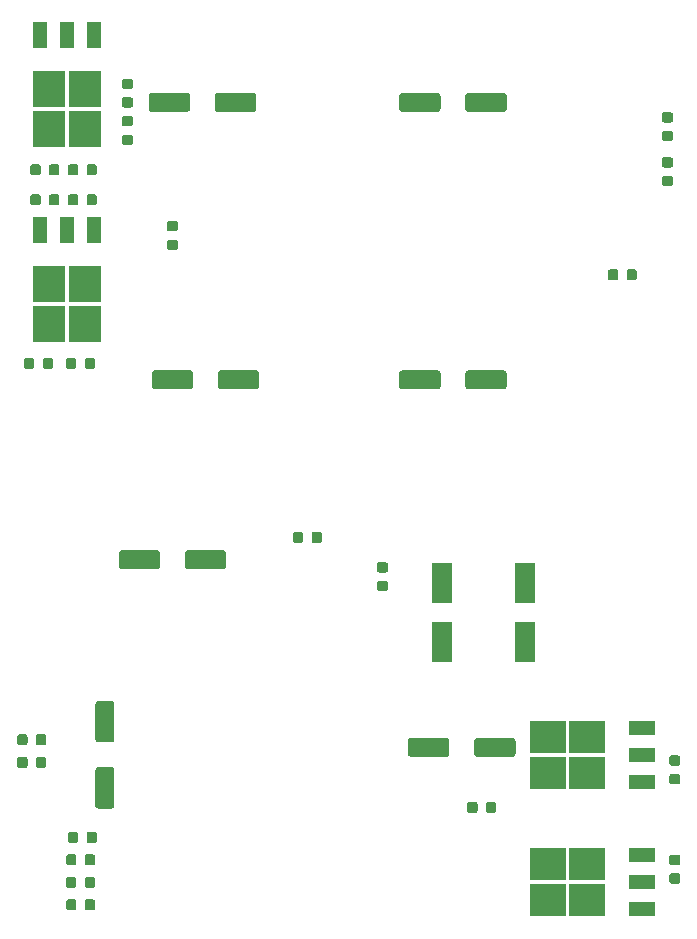
<source format=gbr>
G04 #@! TF.GenerationSoftware,KiCad,Pcbnew,5.1.5+dfsg1-2build2*
G04 #@! TF.CreationDate,2020-12-13T22:45:39+09:00*
G04 #@! TF.ProjectId,Klipper,4b6c6970-7065-4722-9e6b-696361645f70,rev?*
G04 #@! TF.SameCoordinates,Original*
G04 #@! TF.FileFunction,Paste,Top*
G04 #@! TF.FilePolarity,Positive*
%FSLAX46Y46*%
G04 Gerber Fmt 4.6, Leading zero omitted, Abs format (unit mm)*
G04 Created by KiCad (PCBNEW 5.1.5+dfsg1-2build2) date 2020-12-13 22:45:39*
%MOMM*%
%LPD*%
G04 APERTURE LIST*
%ADD10R,1.800000X3.500000*%
%ADD11C,0.100000*%
%ADD12R,2.750000X3.050000*%
%ADD13R,1.200000X2.200000*%
%ADD14R,3.050000X2.750000*%
%ADD15R,2.200000X1.200000*%
G04 APERTURE END LIST*
D10*
X17780000Y-8770000D03*
X17780000Y-13770000D03*
X10795000Y-13815000D03*
X10795000Y-8815000D03*
D11*
G36*
X-20232309Y-29846053D02*
G01*
X-20211074Y-29849203D01*
X-20190250Y-29854419D01*
X-20170038Y-29861651D01*
X-20150632Y-29870830D01*
X-20132219Y-29881866D01*
X-20114976Y-29894654D01*
X-20099070Y-29909070D01*
X-20084654Y-29924976D01*
X-20071866Y-29942219D01*
X-20060830Y-29960632D01*
X-20051651Y-29980038D01*
X-20044419Y-30000250D01*
X-20039203Y-30021074D01*
X-20036053Y-30042309D01*
X-20035000Y-30063750D01*
X-20035000Y-30576250D01*
X-20036053Y-30597691D01*
X-20039203Y-30618926D01*
X-20044419Y-30639750D01*
X-20051651Y-30659962D01*
X-20060830Y-30679368D01*
X-20071866Y-30697781D01*
X-20084654Y-30715024D01*
X-20099070Y-30730930D01*
X-20114976Y-30745346D01*
X-20132219Y-30758134D01*
X-20150632Y-30769170D01*
X-20170038Y-30778349D01*
X-20190250Y-30785581D01*
X-20211074Y-30790797D01*
X-20232309Y-30793947D01*
X-20253750Y-30795000D01*
X-20691250Y-30795000D01*
X-20712691Y-30793947D01*
X-20733926Y-30790797D01*
X-20754750Y-30785581D01*
X-20774962Y-30778349D01*
X-20794368Y-30769170D01*
X-20812781Y-30758134D01*
X-20830024Y-30745346D01*
X-20845930Y-30730930D01*
X-20860346Y-30715024D01*
X-20873134Y-30697781D01*
X-20884170Y-30679368D01*
X-20893349Y-30659962D01*
X-20900581Y-30639750D01*
X-20905797Y-30618926D01*
X-20908947Y-30597691D01*
X-20910000Y-30576250D01*
X-20910000Y-30063750D01*
X-20908947Y-30042309D01*
X-20905797Y-30021074D01*
X-20900581Y-30000250D01*
X-20893349Y-29980038D01*
X-20884170Y-29960632D01*
X-20873134Y-29942219D01*
X-20860346Y-29924976D01*
X-20845930Y-29909070D01*
X-20830024Y-29894654D01*
X-20812781Y-29881866D01*
X-20794368Y-29870830D01*
X-20774962Y-29861651D01*
X-20754750Y-29854419D01*
X-20733926Y-29849203D01*
X-20712691Y-29846053D01*
X-20691250Y-29845000D01*
X-20253750Y-29845000D01*
X-20232309Y-29846053D01*
G37*
G36*
X-18657309Y-29846053D02*
G01*
X-18636074Y-29849203D01*
X-18615250Y-29854419D01*
X-18595038Y-29861651D01*
X-18575632Y-29870830D01*
X-18557219Y-29881866D01*
X-18539976Y-29894654D01*
X-18524070Y-29909070D01*
X-18509654Y-29924976D01*
X-18496866Y-29942219D01*
X-18485830Y-29960632D01*
X-18476651Y-29980038D01*
X-18469419Y-30000250D01*
X-18464203Y-30021074D01*
X-18461053Y-30042309D01*
X-18460000Y-30063750D01*
X-18460000Y-30576250D01*
X-18461053Y-30597691D01*
X-18464203Y-30618926D01*
X-18469419Y-30639750D01*
X-18476651Y-30659962D01*
X-18485830Y-30679368D01*
X-18496866Y-30697781D01*
X-18509654Y-30715024D01*
X-18524070Y-30730930D01*
X-18539976Y-30745346D01*
X-18557219Y-30758134D01*
X-18575632Y-30769170D01*
X-18595038Y-30778349D01*
X-18615250Y-30785581D01*
X-18636074Y-30790797D01*
X-18657309Y-30793947D01*
X-18678750Y-30795000D01*
X-19116250Y-30795000D01*
X-19137691Y-30793947D01*
X-19158926Y-30790797D01*
X-19179750Y-30785581D01*
X-19199962Y-30778349D01*
X-19219368Y-30769170D01*
X-19237781Y-30758134D01*
X-19255024Y-30745346D01*
X-19270930Y-30730930D01*
X-19285346Y-30715024D01*
X-19298134Y-30697781D01*
X-19309170Y-30679368D01*
X-19318349Y-30659962D01*
X-19325581Y-30639750D01*
X-19330797Y-30618926D01*
X-19333947Y-30597691D01*
X-19335000Y-30576250D01*
X-19335000Y-30063750D01*
X-19333947Y-30042309D01*
X-19330797Y-30021074D01*
X-19325581Y-30000250D01*
X-19318349Y-29980038D01*
X-19309170Y-29960632D01*
X-19298134Y-29942219D01*
X-19285346Y-29924976D01*
X-19270930Y-29909070D01*
X-19255024Y-29894654D01*
X-19237781Y-29881866D01*
X-19219368Y-29870830D01*
X-19199962Y-29861651D01*
X-19179750Y-29854419D01*
X-19158926Y-29849203D01*
X-19137691Y-29846053D01*
X-19116250Y-29845000D01*
X-18678750Y-29845000D01*
X-18657309Y-29846053D01*
G37*
G36*
X-20384809Y-35561053D02*
G01*
X-20363574Y-35564203D01*
X-20342750Y-35569419D01*
X-20322538Y-35576651D01*
X-20303132Y-35585830D01*
X-20284719Y-35596866D01*
X-20267476Y-35609654D01*
X-20251570Y-35624070D01*
X-20237154Y-35639976D01*
X-20224366Y-35657219D01*
X-20213330Y-35675632D01*
X-20204151Y-35695038D01*
X-20196919Y-35715250D01*
X-20191703Y-35736074D01*
X-20188553Y-35757309D01*
X-20187500Y-35778750D01*
X-20187500Y-36291250D01*
X-20188553Y-36312691D01*
X-20191703Y-36333926D01*
X-20196919Y-36354750D01*
X-20204151Y-36374962D01*
X-20213330Y-36394368D01*
X-20224366Y-36412781D01*
X-20237154Y-36430024D01*
X-20251570Y-36445930D01*
X-20267476Y-36460346D01*
X-20284719Y-36473134D01*
X-20303132Y-36484170D01*
X-20322538Y-36493349D01*
X-20342750Y-36500581D01*
X-20363574Y-36505797D01*
X-20384809Y-36508947D01*
X-20406250Y-36510000D01*
X-20843750Y-36510000D01*
X-20865191Y-36508947D01*
X-20886426Y-36505797D01*
X-20907250Y-36500581D01*
X-20927462Y-36493349D01*
X-20946868Y-36484170D01*
X-20965281Y-36473134D01*
X-20982524Y-36460346D01*
X-20998430Y-36445930D01*
X-21012846Y-36430024D01*
X-21025634Y-36412781D01*
X-21036670Y-36394368D01*
X-21045849Y-36374962D01*
X-21053081Y-36354750D01*
X-21058297Y-36333926D01*
X-21061447Y-36312691D01*
X-21062500Y-36291250D01*
X-21062500Y-35778750D01*
X-21061447Y-35757309D01*
X-21058297Y-35736074D01*
X-21053081Y-35715250D01*
X-21045849Y-35695038D01*
X-21036670Y-35675632D01*
X-21025634Y-35657219D01*
X-21012846Y-35639976D01*
X-20998430Y-35624070D01*
X-20982524Y-35609654D01*
X-20965281Y-35596866D01*
X-20946868Y-35585830D01*
X-20927462Y-35576651D01*
X-20907250Y-35569419D01*
X-20886426Y-35564203D01*
X-20865191Y-35561053D01*
X-20843750Y-35560000D01*
X-20406250Y-35560000D01*
X-20384809Y-35561053D01*
G37*
G36*
X-18809809Y-35561053D02*
G01*
X-18788574Y-35564203D01*
X-18767750Y-35569419D01*
X-18747538Y-35576651D01*
X-18728132Y-35585830D01*
X-18709719Y-35596866D01*
X-18692476Y-35609654D01*
X-18676570Y-35624070D01*
X-18662154Y-35639976D01*
X-18649366Y-35657219D01*
X-18638330Y-35675632D01*
X-18629151Y-35695038D01*
X-18621919Y-35715250D01*
X-18616703Y-35736074D01*
X-18613553Y-35757309D01*
X-18612500Y-35778750D01*
X-18612500Y-36291250D01*
X-18613553Y-36312691D01*
X-18616703Y-36333926D01*
X-18621919Y-36354750D01*
X-18629151Y-36374962D01*
X-18638330Y-36394368D01*
X-18649366Y-36412781D01*
X-18662154Y-36430024D01*
X-18676570Y-36445930D01*
X-18692476Y-36460346D01*
X-18709719Y-36473134D01*
X-18728132Y-36484170D01*
X-18747538Y-36493349D01*
X-18767750Y-36500581D01*
X-18788574Y-36505797D01*
X-18809809Y-36508947D01*
X-18831250Y-36510000D01*
X-19268750Y-36510000D01*
X-19290191Y-36508947D01*
X-19311426Y-36505797D01*
X-19332250Y-36500581D01*
X-19352462Y-36493349D01*
X-19371868Y-36484170D01*
X-19390281Y-36473134D01*
X-19407524Y-36460346D01*
X-19423430Y-36445930D01*
X-19437846Y-36430024D01*
X-19450634Y-36412781D01*
X-19461670Y-36394368D01*
X-19470849Y-36374962D01*
X-19478081Y-36354750D01*
X-19483297Y-36333926D01*
X-19486447Y-36312691D01*
X-19487500Y-36291250D01*
X-19487500Y-35778750D01*
X-19486447Y-35757309D01*
X-19483297Y-35736074D01*
X-19478081Y-35715250D01*
X-19470849Y-35695038D01*
X-19461670Y-35675632D01*
X-19450634Y-35657219D01*
X-19437846Y-35639976D01*
X-19423430Y-35624070D01*
X-19407524Y-35609654D01*
X-19390281Y-35596866D01*
X-19371868Y-35585830D01*
X-19352462Y-35576651D01*
X-19332250Y-35569419D01*
X-19311426Y-35564203D01*
X-19290191Y-35561053D01*
X-19268750Y-35560000D01*
X-18831250Y-35560000D01*
X-18809809Y-35561053D01*
G37*
G36*
X11164504Y-21901204D02*
G01*
X11188773Y-21904804D01*
X11212571Y-21910765D01*
X11235671Y-21919030D01*
X11257849Y-21929520D01*
X11278893Y-21942133D01*
X11298598Y-21956747D01*
X11316777Y-21973223D01*
X11333253Y-21991402D01*
X11347867Y-22011107D01*
X11360480Y-22032151D01*
X11370970Y-22054329D01*
X11379235Y-22077429D01*
X11385196Y-22101227D01*
X11388796Y-22125496D01*
X11390000Y-22150000D01*
X11390000Y-23250000D01*
X11388796Y-23274504D01*
X11385196Y-23298773D01*
X11379235Y-23322571D01*
X11370970Y-23345671D01*
X11360480Y-23367849D01*
X11347867Y-23388893D01*
X11333253Y-23408598D01*
X11316777Y-23426777D01*
X11298598Y-23443253D01*
X11278893Y-23457867D01*
X11257849Y-23470480D01*
X11235671Y-23480970D01*
X11212571Y-23489235D01*
X11188773Y-23495196D01*
X11164504Y-23498796D01*
X11140000Y-23500000D01*
X8140000Y-23500000D01*
X8115496Y-23498796D01*
X8091227Y-23495196D01*
X8067429Y-23489235D01*
X8044329Y-23480970D01*
X8022151Y-23470480D01*
X8001107Y-23457867D01*
X7981402Y-23443253D01*
X7963223Y-23426777D01*
X7946747Y-23408598D01*
X7932133Y-23388893D01*
X7919520Y-23367849D01*
X7909030Y-23345671D01*
X7900765Y-23322571D01*
X7894804Y-23298773D01*
X7891204Y-23274504D01*
X7890000Y-23250000D01*
X7890000Y-22150000D01*
X7891204Y-22125496D01*
X7894804Y-22101227D01*
X7900765Y-22077429D01*
X7909030Y-22054329D01*
X7919520Y-22032151D01*
X7932133Y-22011107D01*
X7946747Y-21991402D01*
X7963223Y-21973223D01*
X7981402Y-21956747D01*
X8001107Y-21942133D01*
X8022151Y-21929520D01*
X8044329Y-21919030D01*
X8067429Y-21910765D01*
X8091227Y-21904804D01*
X8115496Y-21901204D01*
X8140000Y-21900000D01*
X11140000Y-21900000D01*
X11164504Y-21901204D01*
G37*
G36*
X16764504Y-21901204D02*
G01*
X16788773Y-21904804D01*
X16812571Y-21910765D01*
X16835671Y-21919030D01*
X16857849Y-21929520D01*
X16878893Y-21942133D01*
X16898598Y-21956747D01*
X16916777Y-21973223D01*
X16933253Y-21991402D01*
X16947867Y-22011107D01*
X16960480Y-22032151D01*
X16970970Y-22054329D01*
X16979235Y-22077429D01*
X16985196Y-22101227D01*
X16988796Y-22125496D01*
X16990000Y-22150000D01*
X16990000Y-23250000D01*
X16988796Y-23274504D01*
X16985196Y-23298773D01*
X16979235Y-23322571D01*
X16970970Y-23345671D01*
X16960480Y-23367849D01*
X16947867Y-23388893D01*
X16933253Y-23408598D01*
X16916777Y-23426777D01*
X16898598Y-23443253D01*
X16878893Y-23457867D01*
X16857849Y-23470480D01*
X16835671Y-23480970D01*
X16812571Y-23489235D01*
X16788773Y-23495196D01*
X16764504Y-23498796D01*
X16740000Y-23500000D01*
X13740000Y-23500000D01*
X13715496Y-23498796D01*
X13691227Y-23495196D01*
X13667429Y-23489235D01*
X13644329Y-23480970D01*
X13622151Y-23470480D01*
X13601107Y-23457867D01*
X13581402Y-23443253D01*
X13563223Y-23426777D01*
X13546747Y-23408598D01*
X13532133Y-23388893D01*
X13519520Y-23367849D01*
X13509030Y-23345671D01*
X13500765Y-23322571D01*
X13494804Y-23298773D01*
X13491204Y-23274504D01*
X13490000Y-23250000D01*
X13490000Y-22150000D01*
X13491204Y-22125496D01*
X13494804Y-22101227D01*
X13500765Y-22077429D01*
X13509030Y-22054329D01*
X13519520Y-22032151D01*
X13532133Y-22011107D01*
X13546747Y-21991402D01*
X13563223Y-21973223D01*
X13581402Y-21956747D01*
X13601107Y-21942133D01*
X13622151Y-21929520D01*
X13644329Y-21919030D01*
X13667429Y-21910765D01*
X13691227Y-21904804D01*
X13715496Y-21901204D01*
X13740000Y-21900000D01*
X16740000Y-21900000D01*
X16764504Y-21901204D01*
G37*
G36*
X30757691Y-24956053D02*
G01*
X30778926Y-24959203D01*
X30799750Y-24964419D01*
X30819962Y-24971651D01*
X30839368Y-24980830D01*
X30857781Y-24991866D01*
X30875024Y-25004654D01*
X30890930Y-25019070D01*
X30905346Y-25034976D01*
X30918134Y-25052219D01*
X30929170Y-25070632D01*
X30938349Y-25090038D01*
X30945581Y-25110250D01*
X30950797Y-25131074D01*
X30953947Y-25152309D01*
X30955000Y-25173750D01*
X30955000Y-25611250D01*
X30953947Y-25632691D01*
X30950797Y-25653926D01*
X30945581Y-25674750D01*
X30938349Y-25694962D01*
X30929170Y-25714368D01*
X30918134Y-25732781D01*
X30905346Y-25750024D01*
X30890930Y-25765930D01*
X30875024Y-25780346D01*
X30857781Y-25793134D01*
X30839368Y-25804170D01*
X30819962Y-25813349D01*
X30799750Y-25820581D01*
X30778926Y-25825797D01*
X30757691Y-25828947D01*
X30736250Y-25830000D01*
X30223750Y-25830000D01*
X30202309Y-25828947D01*
X30181074Y-25825797D01*
X30160250Y-25820581D01*
X30140038Y-25813349D01*
X30120632Y-25804170D01*
X30102219Y-25793134D01*
X30084976Y-25780346D01*
X30069070Y-25765930D01*
X30054654Y-25750024D01*
X30041866Y-25732781D01*
X30030830Y-25714368D01*
X30021651Y-25694962D01*
X30014419Y-25674750D01*
X30009203Y-25653926D01*
X30006053Y-25632691D01*
X30005000Y-25611250D01*
X30005000Y-25173750D01*
X30006053Y-25152309D01*
X30009203Y-25131074D01*
X30014419Y-25110250D01*
X30021651Y-25090038D01*
X30030830Y-25070632D01*
X30041866Y-25052219D01*
X30054654Y-25034976D01*
X30069070Y-25019070D01*
X30084976Y-25004654D01*
X30102219Y-24991866D01*
X30120632Y-24980830D01*
X30140038Y-24971651D01*
X30160250Y-24964419D01*
X30181074Y-24959203D01*
X30202309Y-24956053D01*
X30223750Y-24955000D01*
X30736250Y-24955000D01*
X30757691Y-24956053D01*
G37*
G36*
X30757691Y-23381053D02*
G01*
X30778926Y-23384203D01*
X30799750Y-23389419D01*
X30819962Y-23396651D01*
X30839368Y-23405830D01*
X30857781Y-23416866D01*
X30875024Y-23429654D01*
X30890930Y-23444070D01*
X30905346Y-23459976D01*
X30918134Y-23477219D01*
X30929170Y-23495632D01*
X30938349Y-23515038D01*
X30945581Y-23535250D01*
X30950797Y-23556074D01*
X30953947Y-23577309D01*
X30955000Y-23598750D01*
X30955000Y-24036250D01*
X30953947Y-24057691D01*
X30950797Y-24078926D01*
X30945581Y-24099750D01*
X30938349Y-24119962D01*
X30929170Y-24139368D01*
X30918134Y-24157781D01*
X30905346Y-24175024D01*
X30890930Y-24190930D01*
X30875024Y-24205346D01*
X30857781Y-24218134D01*
X30839368Y-24229170D01*
X30819962Y-24238349D01*
X30799750Y-24245581D01*
X30778926Y-24250797D01*
X30757691Y-24253947D01*
X30736250Y-24255000D01*
X30223750Y-24255000D01*
X30202309Y-24253947D01*
X30181074Y-24250797D01*
X30160250Y-24245581D01*
X30140038Y-24238349D01*
X30120632Y-24229170D01*
X30102219Y-24218134D01*
X30084976Y-24205346D01*
X30069070Y-24190930D01*
X30054654Y-24175024D01*
X30041866Y-24157781D01*
X30030830Y-24139368D01*
X30021651Y-24119962D01*
X30014419Y-24099750D01*
X30009203Y-24078926D01*
X30006053Y-24057691D01*
X30005000Y-24036250D01*
X30005000Y-23598750D01*
X30006053Y-23577309D01*
X30009203Y-23556074D01*
X30014419Y-23535250D01*
X30021651Y-23515038D01*
X30030830Y-23495632D01*
X30041866Y-23477219D01*
X30054654Y-23459976D01*
X30069070Y-23444070D01*
X30084976Y-23429654D01*
X30102219Y-23416866D01*
X30120632Y-23405830D01*
X30140038Y-23396651D01*
X30160250Y-23389419D01*
X30181074Y-23384203D01*
X30202309Y-23381053D01*
X30223750Y-23380000D01*
X30736250Y-23380000D01*
X30757691Y-23381053D01*
G37*
G36*
X30757691Y-31788553D02*
G01*
X30778926Y-31791703D01*
X30799750Y-31796919D01*
X30819962Y-31804151D01*
X30839368Y-31813330D01*
X30857781Y-31824366D01*
X30875024Y-31837154D01*
X30890930Y-31851570D01*
X30905346Y-31867476D01*
X30918134Y-31884719D01*
X30929170Y-31903132D01*
X30938349Y-31922538D01*
X30945581Y-31942750D01*
X30950797Y-31963574D01*
X30953947Y-31984809D01*
X30955000Y-32006250D01*
X30955000Y-32443750D01*
X30953947Y-32465191D01*
X30950797Y-32486426D01*
X30945581Y-32507250D01*
X30938349Y-32527462D01*
X30929170Y-32546868D01*
X30918134Y-32565281D01*
X30905346Y-32582524D01*
X30890930Y-32598430D01*
X30875024Y-32612846D01*
X30857781Y-32625634D01*
X30839368Y-32636670D01*
X30819962Y-32645849D01*
X30799750Y-32653081D01*
X30778926Y-32658297D01*
X30757691Y-32661447D01*
X30736250Y-32662500D01*
X30223750Y-32662500D01*
X30202309Y-32661447D01*
X30181074Y-32658297D01*
X30160250Y-32653081D01*
X30140038Y-32645849D01*
X30120632Y-32636670D01*
X30102219Y-32625634D01*
X30084976Y-32612846D01*
X30069070Y-32598430D01*
X30054654Y-32582524D01*
X30041866Y-32565281D01*
X30030830Y-32546868D01*
X30021651Y-32527462D01*
X30014419Y-32507250D01*
X30009203Y-32486426D01*
X30006053Y-32465191D01*
X30005000Y-32443750D01*
X30005000Y-32006250D01*
X30006053Y-31984809D01*
X30009203Y-31963574D01*
X30014419Y-31942750D01*
X30021651Y-31922538D01*
X30030830Y-31903132D01*
X30041866Y-31884719D01*
X30054654Y-31867476D01*
X30069070Y-31851570D01*
X30084976Y-31837154D01*
X30102219Y-31824366D01*
X30120632Y-31813330D01*
X30140038Y-31804151D01*
X30160250Y-31796919D01*
X30181074Y-31791703D01*
X30202309Y-31788553D01*
X30223750Y-31787500D01*
X30736250Y-31787500D01*
X30757691Y-31788553D01*
G37*
G36*
X30757691Y-33363553D02*
G01*
X30778926Y-33366703D01*
X30799750Y-33371919D01*
X30819962Y-33379151D01*
X30839368Y-33388330D01*
X30857781Y-33399366D01*
X30875024Y-33412154D01*
X30890930Y-33426570D01*
X30905346Y-33442476D01*
X30918134Y-33459719D01*
X30929170Y-33478132D01*
X30938349Y-33497538D01*
X30945581Y-33517750D01*
X30950797Y-33538574D01*
X30953947Y-33559809D01*
X30955000Y-33581250D01*
X30955000Y-34018750D01*
X30953947Y-34040191D01*
X30950797Y-34061426D01*
X30945581Y-34082250D01*
X30938349Y-34102462D01*
X30929170Y-34121868D01*
X30918134Y-34140281D01*
X30905346Y-34157524D01*
X30890930Y-34173430D01*
X30875024Y-34187846D01*
X30857781Y-34200634D01*
X30839368Y-34211670D01*
X30819962Y-34220849D01*
X30799750Y-34228081D01*
X30778926Y-34233297D01*
X30757691Y-34236447D01*
X30736250Y-34237500D01*
X30223750Y-34237500D01*
X30202309Y-34236447D01*
X30181074Y-34233297D01*
X30160250Y-34228081D01*
X30140038Y-34220849D01*
X30120632Y-34211670D01*
X30102219Y-34200634D01*
X30084976Y-34187846D01*
X30069070Y-34173430D01*
X30054654Y-34157524D01*
X30041866Y-34140281D01*
X30030830Y-34121868D01*
X30021651Y-34102462D01*
X30014419Y-34082250D01*
X30009203Y-34061426D01*
X30006053Y-34040191D01*
X30005000Y-34018750D01*
X30005000Y-33581250D01*
X30006053Y-33559809D01*
X30009203Y-33538574D01*
X30014419Y-33517750D01*
X30021651Y-33497538D01*
X30030830Y-33478132D01*
X30041866Y-33459719D01*
X30054654Y-33442476D01*
X30069070Y-33426570D01*
X30084976Y-33412154D01*
X30102219Y-33399366D01*
X30120632Y-33388330D01*
X30140038Y-33379151D01*
X30160250Y-33371919D01*
X30181074Y-33366703D01*
X30202309Y-33363553D01*
X30223750Y-33362500D01*
X30736250Y-33362500D01*
X30757691Y-33363553D01*
G37*
D12*
X-22480000Y33000000D03*
X-19430000Y29650000D03*
X-19430000Y33000000D03*
X-22480000Y29650000D03*
D13*
X-23235000Y37625000D03*
X-20955000Y37625000D03*
X-18675000Y37625000D03*
D14*
X23061000Y-21810000D03*
X19711000Y-24860000D03*
X23061000Y-24860000D03*
X19711000Y-21810000D03*
D15*
X27686000Y-21055000D03*
X27686000Y-23335000D03*
X27686000Y-25615000D03*
D12*
X-22480000Y16490000D03*
X-19430000Y13140000D03*
X-19430000Y16490000D03*
X-22480000Y13140000D03*
D13*
X-23235000Y21115000D03*
X-20955000Y21115000D03*
X-18675000Y21115000D03*
D14*
X23061000Y-32605000D03*
X19711000Y-35655000D03*
X23061000Y-35655000D03*
X19711000Y-32605000D03*
D15*
X27686000Y-31850000D03*
X27686000Y-34130000D03*
X27686000Y-36410000D03*
D11*
G36*
X5992691Y-7023553D02*
G01*
X6013926Y-7026703D01*
X6034750Y-7031919D01*
X6054962Y-7039151D01*
X6074368Y-7048330D01*
X6092781Y-7059366D01*
X6110024Y-7072154D01*
X6125930Y-7086570D01*
X6140346Y-7102476D01*
X6153134Y-7119719D01*
X6164170Y-7138132D01*
X6173349Y-7157538D01*
X6180581Y-7177750D01*
X6185797Y-7198574D01*
X6188947Y-7219809D01*
X6190000Y-7241250D01*
X6190000Y-7678750D01*
X6188947Y-7700191D01*
X6185797Y-7721426D01*
X6180581Y-7742250D01*
X6173349Y-7762462D01*
X6164170Y-7781868D01*
X6153134Y-7800281D01*
X6140346Y-7817524D01*
X6125930Y-7833430D01*
X6110024Y-7847846D01*
X6092781Y-7860634D01*
X6074368Y-7871670D01*
X6054962Y-7880849D01*
X6034750Y-7888081D01*
X6013926Y-7893297D01*
X5992691Y-7896447D01*
X5971250Y-7897500D01*
X5458750Y-7897500D01*
X5437309Y-7896447D01*
X5416074Y-7893297D01*
X5395250Y-7888081D01*
X5375038Y-7880849D01*
X5355632Y-7871670D01*
X5337219Y-7860634D01*
X5319976Y-7847846D01*
X5304070Y-7833430D01*
X5289654Y-7817524D01*
X5276866Y-7800281D01*
X5265830Y-7781868D01*
X5256651Y-7762462D01*
X5249419Y-7742250D01*
X5244203Y-7721426D01*
X5241053Y-7700191D01*
X5240000Y-7678750D01*
X5240000Y-7241250D01*
X5241053Y-7219809D01*
X5244203Y-7198574D01*
X5249419Y-7177750D01*
X5256651Y-7157538D01*
X5265830Y-7138132D01*
X5276866Y-7119719D01*
X5289654Y-7102476D01*
X5304070Y-7086570D01*
X5319976Y-7072154D01*
X5337219Y-7059366D01*
X5355632Y-7048330D01*
X5375038Y-7039151D01*
X5395250Y-7031919D01*
X5416074Y-7026703D01*
X5437309Y-7023553D01*
X5458750Y-7022500D01*
X5971250Y-7022500D01*
X5992691Y-7023553D01*
G37*
G36*
X5992691Y-8598553D02*
G01*
X6013926Y-8601703D01*
X6034750Y-8606919D01*
X6054962Y-8614151D01*
X6074368Y-8623330D01*
X6092781Y-8634366D01*
X6110024Y-8647154D01*
X6125930Y-8661570D01*
X6140346Y-8677476D01*
X6153134Y-8694719D01*
X6164170Y-8713132D01*
X6173349Y-8732538D01*
X6180581Y-8752750D01*
X6185797Y-8773574D01*
X6188947Y-8794809D01*
X6190000Y-8816250D01*
X6190000Y-9253750D01*
X6188947Y-9275191D01*
X6185797Y-9296426D01*
X6180581Y-9317250D01*
X6173349Y-9337462D01*
X6164170Y-9356868D01*
X6153134Y-9375281D01*
X6140346Y-9392524D01*
X6125930Y-9408430D01*
X6110024Y-9422846D01*
X6092781Y-9435634D01*
X6074368Y-9446670D01*
X6054962Y-9455849D01*
X6034750Y-9463081D01*
X6013926Y-9468297D01*
X5992691Y-9471447D01*
X5971250Y-9472500D01*
X5458750Y-9472500D01*
X5437309Y-9471447D01*
X5416074Y-9468297D01*
X5395250Y-9463081D01*
X5375038Y-9455849D01*
X5355632Y-9446670D01*
X5337219Y-9435634D01*
X5319976Y-9422846D01*
X5304070Y-9408430D01*
X5289654Y-9392524D01*
X5276866Y-9375281D01*
X5265830Y-9356868D01*
X5256651Y-9337462D01*
X5249419Y-9317250D01*
X5244203Y-9296426D01*
X5241053Y-9275191D01*
X5240000Y-9253750D01*
X5240000Y-8816250D01*
X5241053Y-8794809D01*
X5244203Y-8773574D01*
X5249419Y-8752750D01*
X5256651Y-8732538D01*
X5265830Y-8713132D01*
X5276866Y-8694719D01*
X5289654Y-8677476D01*
X5304070Y-8661570D01*
X5319976Y-8647154D01*
X5337219Y-8634366D01*
X5355632Y-8623330D01*
X5375038Y-8614151D01*
X5395250Y-8606919D01*
X5416074Y-8601703D01*
X5437309Y-8598553D01*
X5458750Y-8597500D01*
X5971250Y-8597500D01*
X5992691Y-8598553D01*
G37*
G36*
X13575191Y-27306053D02*
G01*
X13596426Y-27309203D01*
X13617250Y-27314419D01*
X13637462Y-27321651D01*
X13656868Y-27330830D01*
X13675281Y-27341866D01*
X13692524Y-27354654D01*
X13708430Y-27369070D01*
X13722846Y-27384976D01*
X13735634Y-27402219D01*
X13746670Y-27420632D01*
X13755849Y-27440038D01*
X13763081Y-27460250D01*
X13768297Y-27481074D01*
X13771447Y-27502309D01*
X13772500Y-27523750D01*
X13772500Y-28036250D01*
X13771447Y-28057691D01*
X13768297Y-28078926D01*
X13763081Y-28099750D01*
X13755849Y-28119962D01*
X13746670Y-28139368D01*
X13735634Y-28157781D01*
X13722846Y-28175024D01*
X13708430Y-28190930D01*
X13692524Y-28205346D01*
X13675281Y-28218134D01*
X13656868Y-28229170D01*
X13637462Y-28238349D01*
X13617250Y-28245581D01*
X13596426Y-28250797D01*
X13575191Y-28253947D01*
X13553750Y-28255000D01*
X13116250Y-28255000D01*
X13094809Y-28253947D01*
X13073574Y-28250797D01*
X13052750Y-28245581D01*
X13032538Y-28238349D01*
X13013132Y-28229170D01*
X12994719Y-28218134D01*
X12977476Y-28205346D01*
X12961570Y-28190930D01*
X12947154Y-28175024D01*
X12934366Y-28157781D01*
X12923330Y-28139368D01*
X12914151Y-28119962D01*
X12906919Y-28099750D01*
X12901703Y-28078926D01*
X12898553Y-28057691D01*
X12897500Y-28036250D01*
X12897500Y-27523750D01*
X12898553Y-27502309D01*
X12901703Y-27481074D01*
X12906919Y-27460250D01*
X12914151Y-27440038D01*
X12923330Y-27420632D01*
X12934366Y-27402219D01*
X12947154Y-27384976D01*
X12961570Y-27369070D01*
X12977476Y-27354654D01*
X12994719Y-27341866D01*
X13013132Y-27330830D01*
X13032538Y-27321651D01*
X13052750Y-27314419D01*
X13073574Y-27309203D01*
X13094809Y-27306053D01*
X13116250Y-27305000D01*
X13553750Y-27305000D01*
X13575191Y-27306053D01*
G37*
G36*
X15150191Y-27306053D02*
G01*
X15171426Y-27309203D01*
X15192250Y-27314419D01*
X15212462Y-27321651D01*
X15231868Y-27330830D01*
X15250281Y-27341866D01*
X15267524Y-27354654D01*
X15283430Y-27369070D01*
X15297846Y-27384976D01*
X15310634Y-27402219D01*
X15321670Y-27420632D01*
X15330849Y-27440038D01*
X15338081Y-27460250D01*
X15343297Y-27481074D01*
X15346447Y-27502309D01*
X15347500Y-27523750D01*
X15347500Y-28036250D01*
X15346447Y-28057691D01*
X15343297Y-28078926D01*
X15338081Y-28099750D01*
X15330849Y-28119962D01*
X15321670Y-28139368D01*
X15310634Y-28157781D01*
X15297846Y-28175024D01*
X15283430Y-28190930D01*
X15267524Y-28205346D01*
X15250281Y-28218134D01*
X15231868Y-28229170D01*
X15212462Y-28238349D01*
X15192250Y-28245581D01*
X15171426Y-28250797D01*
X15150191Y-28253947D01*
X15128750Y-28255000D01*
X14691250Y-28255000D01*
X14669809Y-28253947D01*
X14648574Y-28250797D01*
X14627750Y-28245581D01*
X14607538Y-28238349D01*
X14588132Y-28229170D01*
X14569719Y-28218134D01*
X14552476Y-28205346D01*
X14536570Y-28190930D01*
X14522154Y-28175024D01*
X14509366Y-28157781D01*
X14498330Y-28139368D01*
X14489151Y-28119962D01*
X14481919Y-28099750D01*
X14476703Y-28078926D01*
X14473553Y-28057691D01*
X14472500Y-28036250D01*
X14472500Y-27523750D01*
X14473553Y-27502309D01*
X14476703Y-27481074D01*
X14481919Y-27460250D01*
X14489151Y-27440038D01*
X14498330Y-27420632D01*
X14509366Y-27402219D01*
X14522154Y-27384976D01*
X14536570Y-27369070D01*
X14552476Y-27354654D01*
X14569719Y-27341866D01*
X14588132Y-27330830D01*
X14607538Y-27321651D01*
X14627750Y-27314419D01*
X14648574Y-27309203D01*
X14669809Y-27306053D01*
X14691250Y-27305000D01*
X15128750Y-27305000D01*
X15150191Y-27306053D01*
G37*
G36*
X-20232309Y26668947D02*
G01*
X-20211074Y26665797D01*
X-20190250Y26660581D01*
X-20170038Y26653349D01*
X-20150632Y26644170D01*
X-20132219Y26633134D01*
X-20114976Y26620346D01*
X-20099070Y26605930D01*
X-20084654Y26590024D01*
X-20071866Y26572781D01*
X-20060830Y26554368D01*
X-20051651Y26534962D01*
X-20044419Y26514750D01*
X-20039203Y26493926D01*
X-20036053Y26472691D01*
X-20035000Y26451250D01*
X-20035000Y25938750D01*
X-20036053Y25917309D01*
X-20039203Y25896074D01*
X-20044419Y25875250D01*
X-20051651Y25855038D01*
X-20060830Y25835632D01*
X-20071866Y25817219D01*
X-20084654Y25799976D01*
X-20099070Y25784070D01*
X-20114976Y25769654D01*
X-20132219Y25756866D01*
X-20150632Y25745830D01*
X-20170038Y25736651D01*
X-20190250Y25729419D01*
X-20211074Y25724203D01*
X-20232309Y25721053D01*
X-20253750Y25720000D01*
X-20691250Y25720000D01*
X-20712691Y25721053D01*
X-20733926Y25724203D01*
X-20754750Y25729419D01*
X-20774962Y25736651D01*
X-20794368Y25745830D01*
X-20812781Y25756866D01*
X-20830024Y25769654D01*
X-20845930Y25784070D01*
X-20860346Y25799976D01*
X-20873134Y25817219D01*
X-20884170Y25835632D01*
X-20893349Y25855038D01*
X-20900581Y25875250D01*
X-20905797Y25896074D01*
X-20908947Y25917309D01*
X-20910000Y25938750D01*
X-20910000Y26451250D01*
X-20908947Y26472691D01*
X-20905797Y26493926D01*
X-20900581Y26514750D01*
X-20893349Y26534962D01*
X-20884170Y26554368D01*
X-20873134Y26572781D01*
X-20860346Y26590024D01*
X-20845930Y26605930D01*
X-20830024Y26620346D01*
X-20812781Y26633134D01*
X-20794368Y26644170D01*
X-20774962Y26653349D01*
X-20754750Y26660581D01*
X-20733926Y26665797D01*
X-20712691Y26668947D01*
X-20691250Y26670000D01*
X-20253750Y26670000D01*
X-20232309Y26668947D01*
G37*
G36*
X-18657309Y26668947D02*
G01*
X-18636074Y26665797D01*
X-18615250Y26660581D01*
X-18595038Y26653349D01*
X-18575632Y26644170D01*
X-18557219Y26633134D01*
X-18539976Y26620346D01*
X-18524070Y26605930D01*
X-18509654Y26590024D01*
X-18496866Y26572781D01*
X-18485830Y26554368D01*
X-18476651Y26534962D01*
X-18469419Y26514750D01*
X-18464203Y26493926D01*
X-18461053Y26472691D01*
X-18460000Y26451250D01*
X-18460000Y25938750D01*
X-18461053Y25917309D01*
X-18464203Y25896074D01*
X-18469419Y25875250D01*
X-18476651Y25855038D01*
X-18485830Y25835632D01*
X-18496866Y25817219D01*
X-18509654Y25799976D01*
X-18524070Y25784070D01*
X-18539976Y25769654D01*
X-18557219Y25756866D01*
X-18575632Y25745830D01*
X-18595038Y25736651D01*
X-18615250Y25729419D01*
X-18636074Y25724203D01*
X-18657309Y25721053D01*
X-18678750Y25720000D01*
X-19116250Y25720000D01*
X-19137691Y25721053D01*
X-19158926Y25724203D01*
X-19179750Y25729419D01*
X-19199962Y25736651D01*
X-19219368Y25745830D01*
X-19237781Y25756866D01*
X-19255024Y25769654D01*
X-19270930Y25784070D01*
X-19285346Y25799976D01*
X-19298134Y25817219D01*
X-19309170Y25835632D01*
X-19318349Y25855038D01*
X-19325581Y25875250D01*
X-19330797Y25896074D01*
X-19333947Y25917309D01*
X-19335000Y25938750D01*
X-19335000Y26451250D01*
X-19333947Y26472691D01*
X-19330797Y26493926D01*
X-19325581Y26514750D01*
X-19318349Y26534962D01*
X-19309170Y26554368D01*
X-19298134Y26572781D01*
X-19285346Y26590024D01*
X-19270930Y26605930D01*
X-19255024Y26620346D01*
X-19237781Y26633134D01*
X-19219368Y26644170D01*
X-19199962Y26653349D01*
X-19179750Y26660581D01*
X-19158926Y26665797D01*
X-19137691Y26668947D01*
X-19116250Y26670000D01*
X-18678750Y26670000D01*
X-18657309Y26668947D01*
G37*
G36*
X-20384809Y10285947D02*
G01*
X-20363574Y10282797D01*
X-20342750Y10277581D01*
X-20322538Y10270349D01*
X-20303132Y10261170D01*
X-20284719Y10250134D01*
X-20267476Y10237346D01*
X-20251570Y10222930D01*
X-20237154Y10207024D01*
X-20224366Y10189781D01*
X-20213330Y10171368D01*
X-20204151Y10151962D01*
X-20196919Y10131750D01*
X-20191703Y10110926D01*
X-20188553Y10089691D01*
X-20187500Y10068250D01*
X-20187500Y9555750D01*
X-20188553Y9534309D01*
X-20191703Y9513074D01*
X-20196919Y9492250D01*
X-20204151Y9472038D01*
X-20213330Y9452632D01*
X-20224366Y9434219D01*
X-20237154Y9416976D01*
X-20251570Y9401070D01*
X-20267476Y9386654D01*
X-20284719Y9373866D01*
X-20303132Y9362830D01*
X-20322538Y9353651D01*
X-20342750Y9346419D01*
X-20363574Y9341203D01*
X-20384809Y9338053D01*
X-20406250Y9337000D01*
X-20843750Y9337000D01*
X-20865191Y9338053D01*
X-20886426Y9341203D01*
X-20907250Y9346419D01*
X-20927462Y9353651D01*
X-20946868Y9362830D01*
X-20965281Y9373866D01*
X-20982524Y9386654D01*
X-20998430Y9401070D01*
X-21012846Y9416976D01*
X-21025634Y9434219D01*
X-21036670Y9452632D01*
X-21045849Y9472038D01*
X-21053081Y9492250D01*
X-21058297Y9513074D01*
X-21061447Y9534309D01*
X-21062500Y9555750D01*
X-21062500Y10068250D01*
X-21061447Y10089691D01*
X-21058297Y10110926D01*
X-21053081Y10131750D01*
X-21045849Y10151962D01*
X-21036670Y10171368D01*
X-21025634Y10189781D01*
X-21012846Y10207024D01*
X-20998430Y10222930D01*
X-20982524Y10237346D01*
X-20965281Y10250134D01*
X-20946868Y10261170D01*
X-20927462Y10270349D01*
X-20907250Y10277581D01*
X-20886426Y10282797D01*
X-20865191Y10285947D01*
X-20843750Y10287000D01*
X-20406250Y10287000D01*
X-20384809Y10285947D01*
G37*
G36*
X-18809809Y10285947D02*
G01*
X-18788574Y10282797D01*
X-18767750Y10277581D01*
X-18747538Y10270349D01*
X-18728132Y10261170D01*
X-18709719Y10250134D01*
X-18692476Y10237346D01*
X-18676570Y10222930D01*
X-18662154Y10207024D01*
X-18649366Y10189781D01*
X-18638330Y10171368D01*
X-18629151Y10151962D01*
X-18621919Y10131750D01*
X-18616703Y10110926D01*
X-18613553Y10089691D01*
X-18612500Y10068250D01*
X-18612500Y9555750D01*
X-18613553Y9534309D01*
X-18616703Y9513074D01*
X-18621919Y9492250D01*
X-18629151Y9472038D01*
X-18638330Y9452632D01*
X-18649366Y9434219D01*
X-18662154Y9416976D01*
X-18676570Y9401070D01*
X-18692476Y9386654D01*
X-18709719Y9373866D01*
X-18728132Y9362830D01*
X-18747538Y9353651D01*
X-18767750Y9346419D01*
X-18788574Y9341203D01*
X-18809809Y9338053D01*
X-18831250Y9337000D01*
X-19268750Y9337000D01*
X-19290191Y9338053D01*
X-19311426Y9341203D01*
X-19332250Y9346419D01*
X-19352462Y9353651D01*
X-19371868Y9362830D01*
X-19390281Y9373866D01*
X-19407524Y9386654D01*
X-19423430Y9401070D01*
X-19437846Y9416976D01*
X-19450634Y9434219D01*
X-19461670Y9452632D01*
X-19470849Y9472038D01*
X-19478081Y9492250D01*
X-19483297Y9513074D01*
X-19486447Y9534309D01*
X-19487500Y9555750D01*
X-19487500Y10068250D01*
X-19486447Y10089691D01*
X-19483297Y10110926D01*
X-19478081Y10131750D01*
X-19470849Y10151962D01*
X-19461670Y10171368D01*
X-19450634Y10189781D01*
X-19437846Y10207024D01*
X-19423430Y10222930D01*
X-19407524Y10237346D01*
X-19390281Y10250134D01*
X-19371868Y10261170D01*
X-19352462Y10270349D01*
X-19332250Y10277581D01*
X-19311426Y10282797D01*
X-19290191Y10285947D01*
X-19268750Y10287000D01*
X-18831250Y10287000D01*
X-18809809Y10285947D01*
G37*
G36*
X392691Y-4446053D02*
G01*
X413926Y-4449203D01*
X434750Y-4454419D01*
X454962Y-4461651D01*
X474368Y-4470830D01*
X492781Y-4481866D01*
X510024Y-4494654D01*
X525930Y-4509070D01*
X540346Y-4524976D01*
X553134Y-4542219D01*
X564170Y-4560632D01*
X573349Y-4580038D01*
X580581Y-4600250D01*
X585797Y-4621074D01*
X588947Y-4642309D01*
X590000Y-4663750D01*
X590000Y-5176250D01*
X588947Y-5197691D01*
X585797Y-5218926D01*
X580581Y-5239750D01*
X573349Y-5259962D01*
X564170Y-5279368D01*
X553134Y-5297781D01*
X540346Y-5315024D01*
X525930Y-5330930D01*
X510024Y-5345346D01*
X492781Y-5358134D01*
X474368Y-5369170D01*
X454962Y-5378349D01*
X434750Y-5385581D01*
X413926Y-5390797D01*
X392691Y-5393947D01*
X371250Y-5395000D01*
X-66250Y-5395000D01*
X-87691Y-5393947D01*
X-108926Y-5390797D01*
X-129750Y-5385581D01*
X-149962Y-5378349D01*
X-169368Y-5369170D01*
X-187781Y-5358134D01*
X-205024Y-5345346D01*
X-220930Y-5330930D01*
X-235346Y-5315024D01*
X-248134Y-5297781D01*
X-259170Y-5279368D01*
X-268349Y-5259962D01*
X-275581Y-5239750D01*
X-280797Y-5218926D01*
X-283947Y-5197691D01*
X-285000Y-5176250D01*
X-285000Y-4663750D01*
X-283947Y-4642309D01*
X-280797Y-4621074D01*
X-275581Y-4600250D01*
X-268349Y-4580038D01*
X-259170Y-4560632D01*
X-248134Y-4542219D01*
X-235346Y-4524976D01*
X-220930Y-4509070D01*
X-205024Y-4494654D01*
X-187781Y-4481866D01*
X-169368Y-4470830D01*
X-149962Y-4461651D01*
X-129750Y-4454419D01*
X-108926Y-4449203D01*
X-87691Y-4446053D01*
X-66250Y-4445000D01*
X371250Y-4445000D01*
X392691Y-4446053D01*
G37*
G36*
X-1182309Y-4446053D02*
G01*
X-1161074Y-4449203D01*
X-1140250Y-4454419D01*
X-1120038Y-4461651D01*
X-1100632Y-4470830D01*
X-1082219Y-4481866D01*
X-1064976Y-4494654D01*
X-1049070Y-4509070D01*
X-1034654Y-4524976D01*
X-1021866Y-4542219D01*
X-1010830Y-4560632D01*
X-1001651Y-4580038D01*
X-994419Y-4600250D01*
X-989203Y-4621074D01*
X-986053Y-4642309D01*
X-985000Y-4663750D01*
X-985000Y-5176250D01*
X-986053Y-5197691D01*
X-989203Y-5218926D01*
X-994419Y-5239750D01*
X-1001651Y-5259962D01*
X-1010830Y-5279368D01*
X-1021866Y-5297781D01*
X-1034654Y-5315024D01*
X-1049070Y-5330930D01*
X-1064976Y-5345346D01*
X-1082219Y-5358134D01*
X-1100632Y-5369170D01*
X-1120038Y-5378349D01*
X-1140250Y-5385581D01*
X-1161074Y-5390797D01*
X-1182309Y-5393947D01*
X-1203750Y-5395000D01*
X-1641250Y-5395000D01*
X-1662691Y-5393947D01*
X-1683926Y-5390797D01*
X-1704750Y-5385581D01*
X-1724962Y-5378349D01*
X-1744368Y-5369170D01*
X-1762781Y-5358134D01*
X-1780024Y-5345346D01*
X-1795930Y-5330930D01*
X-1810346Y-5315024D01*
X-1823134Y-5297781D01*
X-1834170Y-5279368D01*
X-1843349Y-5259962D01*
X-1850581Y-5239750D01*
X-1855797Y-5218926D01*
X-1858947Y-5197691D01*
X-1860000Y-5176250D01*
X-1860000Y-4663750D01*
X-1858947Y-4642309D01*
X-1855797Y-4621074D01*
X-1850581Y-4600250D01*
X-1843349Y-4580038D01*
X-1834170Y-4560632D01*
X-1823134Y-4542219D01*
X-1810346Y-4524976D01*
X-1795930Y-4509070D01*
X-1780024Y-4494654D01*
X-1762781Y-4481866D01*
X-1744368Y-4470830D01*
X-1724962Y-4461651D01*
X-1704750Y-4454419D01*
X-1683926Y-4449203D01*
X-1662691Y-4446053D01*
X-1641250Y-4445000D01*
X-1203750Y-4445000D01*
X-1182309Y-4446053D01*
G37*
G36*
X27062691Y17778947D02*
G01*
X27083926Y17775797D01*
X27104750Y17770581D01*
X27124962Y17763349D01*
X27144368Y17754170D01*
X27162781Y17743134D01*
X27180024Y17730346D01*
X27195930Y17715930D01*
X27210346Y17700024D01*
X27223134Y17682781D01*
X27234170Y17664368D01*
X27243349Y17644962D01*
X27250581Y17624750D01*
X27255797Y17603926D01*
X27258947Y17582691D01*
X27260000Y17561250D01*
X27260000Y17048750D01*
X27258947Y17027309D01*
X27255797Y17006074D01*
X27250581Y16985250D01*
X27243349Y16965038D01*
X27234170Y16945632D01*
X27223134Y16927219D01*
X27210346Y16909976D01*
X27195930Y16894070D01*
X27180024Y16879654D01*
X27162781Y16866866D01*
X27144368Y16855830D01*
X27124962Y16846651D01*
X27104750Y16839419D01*
X27083926Y16834203D01*
X27062691Y16831053D01*
X27041250Y16830000D01*
X26603750Y16830000D01*
X26582309Y16831053D01*
X26561074Y16834203D01*
X26540250Y16839419D01*
X26520038Y16846651D01*
X26500632Y16855830D01*
X26482219Y16866866D01*
X26464976Y16879654D01*
X26449070Y16894070D01*
X26434654Y16909976D01*
X26421866Y16927219D01*
X26410830Y16945632D01*
X26401651Y16965038D01*
X26394419Y16985250D01*
X26389203Y17006074D01*
X26386053Y17027309D01*
X26385000Y17048750D01*
X26385000Y17561250D01*
X26386053Y17582691D01*
X26389203Y17603926D01*
X26394419Y17624750D01*
X26401651Y17644962D01*
X26410830Y17664368D01*
X26421866Y17682781D01*
X26434654Y17700024D01*
X26449070Y17715930D01*
X26464976Y17730346D01*
X26482219Y17743134D01*
X26500632Y17754170D01*
X26520038Y17763349D01*
X26540250Y17770581D01*
X26561074Y17775797D01*
X26582309Y17778947D01*
X26603750Y17780000D01*
X27041250Y17780000D01*
X27062691Y17778947D01*
G37*
G36*
X25487691Y17778947D02*
G01*
X25508926Y17775797D01*
X25529750Y17770581D01*
X25549962Y17763349D01*
X25569368Y17754170D01*
X25587781Y17743134D01*
X25605024Y17730346D01*
X25620930Y17715930D01*
X25635346Y17700024D01*
X25648134Y17682781D01*
X25659170Y17664368D01*
X25668349Y17644962D01*
X25675581Y17624750D01*
X25680797Y17603926D01*
X25683947Y17582691D01*
X25685000Y17561250D01*
X25685000Y17048750D01*
X25683947Y17027309D01*
X25680797Y17006074D01*
X25675581Y16985250D01*
X25668349Y16965038D01*
X25659170Y16945632D01*
X25648134Y16927219D01*
X25635346Y16909976D01*
X25620930Y16894070D01*
X25605024Y16879654D01*
X25587781Y16866866D01*
X25569368Y16855830D01*
X25549962Y16846651D01*
X25529750Y16839419D01*
X25508926Y16834203D01*
X25487691Y16831053D01*
X25466250Y16830000D01*
X25028750Y16830000D01*
X25007309Y16831053D01*
X24986074Y16834203D01*
X24965250Y16839419D01*
X24945038Y16846651D01*
X24925632Y16855830D01*
X24907219Y16866866D01*
X24889976Y16879654D01*
X24874070Y16894070D01*
X24859654Y16909976D01*
X24846866Y16927219D01*
X24835830Y16945632D01*
X24826651Y16965038D01*
X24819419Y16985250D01*
X24814203Y17006074D01*
X24811053Y17027309D01*
X24810000Y17048750D01*
X24810000Y17561250D01*
X24811053Y17582691D01*
X24814203Y17603926D01*
X24819419Y17624750D01*
X24826651Y17644962D01*
X24835830Y17664368D01*
X24846866Y17682781D01*
X24859654Y17700024D01*
X24874070Y17715930D01*
X24889976Y17730346D01*
X24907219Y17743134D01*
X24925632Y17754170D01*
X24945038Y17763349D01*
X24965250Y17770581D01*
X24986074Y17775797D01*
X25007309Y17778947D01*
X25028750Y17780000D01*
X25466250Y17780000D01*
X25487691Y17778947D01*
G37*
G36*
X-18809809Y-33656053D02*
G01*
X-18788574Y-33659203D01*
X-18767750Y-33664419D01*
X-18747538Y-33671651D01*
X-18728132Y-33680830D01*
X-18709719Y-33691866D01*
X-18692476Y-33704654D01*
X-18676570Y-33719070D01*
X-18662154Y-33734976D01*
X-18649366Y-33752219D01*
X-18638330Y-33770632D01*
X-18629151Y-33790038D01*
X-18621919Y-33810250D01*
X-18616703Y-33831074D01*
X-18613553Y-33852309D01*
X-18612500Y-33873750D01*
X-18612500Y-34386250D01*
X-18613553Y-34407691D01*
X-18616703Y-34428926D01*
X-18621919Y-34449750D01*
X-18629151Y-34469962D01*
X-18638330Y-34489368D01*
X-18649366Y-34507781D01*
X-18662154Y-34525024D01*
X-18676570Y-34540930D01*
X-18692476Y-34555346D01*
X-18709719Y-34568134D01*
X-18728132Y-34579170D01*
X-18747538Y-34588349D01*
X-18767750Y-34595581D01*
X-18788574Y-34600797D01*
X-18809809Y-34603947D01*
X-18831250Y-34605000D01*
X-19268750Y-34605000D01*
X-19290191Y-34603947D01*
X-19311426Y-34600797D01*
X-19332250Y-34595581D01*
X-19352462Y-34588349D01*
X-19371868Y-34579170D01*
X-19390281Y-34568134D01*
X-19407524Y-34555346D01*
X-19423430Y-34540930D01*
X-19437846Y-34525024D01*
X-19450634Y-34507781D01*
X-19461670Y-34489368D01*
X-19470849Y-34469962D01*
X-19478081Y-34449750D01*
X-19483297Y-34428926D01*
X-19486447Y-34407691D01*
X-19487500Y-34386250D01*
X-19487500Y-33873750D01*
X-19486447Y-33852309D01*
X-19483297Y-33831074D01*
X-19478081Y-33810250D01*
X-19470849Y-33790038D01*
X-19461670Y-33770632D01*
X-19450634Y-33752219D01*
X-19437846Y-33734976D01*
X-19423430Y-33719070D01*
X-19407524Y-33704654D01*
X-19390281Y-33691866D01*
X-19371868Y-33680830D01*
X-19352462Y-33671651D01*
X-19332250Y-33664419D01*
X-19311426Y-33659203D01*
X-19290191Y-33656053D01*
X-19268750Y-33655000D01*
X-18831250Y-33655000D01*
X-18809809Y-33656053D01*
G37*
G36*
X-20384809Y-33656053D02*
G01*
X-20363574Y-33659203D01*
X-20342750Y-33664419D01*
X-20322538Y-33671651D01*
X-20303132Y-33680830D01*
X-20284719Y-33691866D01*
X-20267476Y-33704654D01*
X-20251570Y-33719070D01*
X-20237154Y-33734976D01*
X-20224366Y-33752219D01*
X-20213330Y-33770632D01*
X-20204151Y-33790038D01*
X-20196919Y-33810250D01*
X-20191703Y-33831074D01*
X-20188553Y-33852309D01*
X-20187500Y-33873750D01*
X-20187500Y-34386250D01*
X-20188553Y-34407691D01*
X-20191703Y-34428926D01*
X-20196919Y-34449750D01*
X-20204151Y-34469962D01*
X-20213330Y-34489368D01*
X-20224366Y-34507781D01*
X-20237154Y-34525024D01*
X-20251570Y-34540930D01*
X-20267476Y-34555346D01*
X-20284719Y-34568134D01*
X-20303132Y-34579170D01*
X-20322538Y-34588349D01*
X-20342750Y-34595581D01*
X-20363574Y-34600797D01*
X-20384809Y-34603947D01*
X-20406250Y-34605000D01*
X-20843750Y-34605000D01*
X-20865191Y-34603947D01*
X-20886426Y-34600797D01*
X-20907250Y-34595581D01*
X-20927462Y-34588349D01*
X-20946868Y-34579170D01*
X-20965281Y-34568134D01*
X-20982524Y-34555346D01*
X-20998430Y-34540930D01*
X-21012846Y-34525024D01*
X-21025634Y-34507781D01*
X-21036670Y-34489368D01*
X-21045849Y-34469962D01*
X-21053081Y-34449750D01*
X-21058297Y-34428926D01*
X-21061447Y-34407691D01*
X-21062500Y-34386250D01*
X-21062500Y-33873750D01*
X-21061447Y-33852309D01*
X-21058297Y-33831074D01*
X-21053081Y-33810250D01*
X-21045849Y-33790038D01*
X-21036670Y-33770632D01*
X-21025634Y-33752219D01*
X-21012846Y-33734976D01*
X-20998430Y-33719070D01*
X-20982524Y-33704654D01*
X-20965281Y-33691866D01*
X-20946868Y-33680830D01*
X-20927462Y-33671651D01*
X-20907250Y-33664419D01*
X-20886426Y-33659203D01*
X-20865191Y-33656053D01*
X-20843750Y-33655000D01*
X-20406250Y-33655000D01*
X-20384809Y-33656053D01*
G37*
G36*
X-20384809Y-31751053D02*
G01*
X-20363574Y-31754203D01*
X-20342750Y-31759419D01*
X-20322538Y-31766651D01*
X-20303132Y-31775830D01*
X-20284719Y-31786866D01*
X-20267476Y-31799654D01*
X-20251570Y-31814070D01*
X-20237154Y-31829976D01*
X-20224366Y-31847219D01*
X-20213330Y-31865632D01*
X-20204151Y-31885038D01*
X-20196919Y-31905250D01*
X-20191703Y-31926074D01*
X-20188553Y-31947309D01*
X-20187500Y-31968750D01*
X-20187500Y-32481250D01*
X-20188553Y-32502691D01*
X-20191703Y-32523926D01*
X-20196919Y-32544750D01*
X-20204151Y-32564962D01*
X-20213330Y-32584368D01*
X-20224366Y-32602781D01*
X-20237154Y-32620024D01*
X-20251570Y-32635930D01*
X-20267476Y-32650346D01*
X-20284719Y-32663134D01*
X-20303132Y-32674170D01*
X-20322538Y-32683349D01*
X-20342750Y-32690581D01*
X-20363574Y-32695797D01*
X-20384809Y-32698947D01*
X-20406250Y-32700000D01*
X-20843750Y-32700000D01*
X-20865191Y-32698947D01*
X-20886426Y-32695797D01*
X-20907250Y-32690581D01*
X-20927462Y-32683349D01*
X-20946868Y-32674170D01*
X-20965281Y-32663134D01*
X-20982524Y-32650346D01*
X-20998430Y-32635930D01*
X-21012846Y-32620024D01*
X-21025634Y-32602781D01*
X-21036670Y-32584368D01*
X-21045849Y-32564962D01*
X-21053081Y-32544750D01*
X-21058297Y-32523926D01*
X-21061447Y-32502691D01*
X-21062500Y-32481250D01*
X-21062500Y-31968750D01*
X-21061447Y-31947309D01*
X-21058297Y-31926074D01*
X-21053081Y-31905250D01*
X-21045849Y-31885038D01*
X-21036670Y-31865632D01*
X-21025634Y-31847219D01*
X-21012846Y-31829976D01*
X-20998430Y-31814070D01*
X-20982524Y-31799654D01*
X-20965281Y-31786866D01*
X-20946868Y-31775830D01*
X-20927462Y-31766651D01*
X-20907250Y-31759419D01*
X-20886426Y-31754203D01*
X-20865191Y-31751053D01*
X-20843750Y-31750000D01*
X-20406250Y-31750000D01*
X-20384809Y-31751053D01*
G37*
G36*
X-18809809Y-31751053D02*
G01*
X-18788574Y-31754203D01*
X-18767750Y-31759419D01*
X-18747538Y-31766651D01*
X-18728132Y-31775830D01*
X-18709719Y-31786866D01*
X-18692476Y-31799654D01*
X-18676570Y-31814070D01*
X-18662154Y-31829976D01*
X-18649366Y-31847219D01*
X-18638330Y-31865632D01*
X-18629151Y-31885038D01*
X-18621919Y-31905250D01*
X-18616703Y-31926074D01*
X-18613553Y-31947309D01*
X-18612500Y-31968750D01*
X-18612500Y-32481250D01*
X-18613553Y-32502691D01*
X-18616703Y-32523926D01*
X-18621919Y-32544750D01*
X-18629151Y-32564962D01*
X-18638330Y-32584368D01*
X-18649366Y-32602781D01*
X-18662154Y-32620024D01*
X-18676570Y-32635930D01*
X-18692476Y-32650346D01*
X-18709719Y-32663134D01*
X-18728132Y-32674170D01*
X-18747538Y-32683349D01*
X-18767750Y-32690581D01*
X-18788574Y-32695797D01*
X-18809809Y-32698947D01*
X-18831250Y-32700000D01*
X-19268750Y-32700000D01*
X-19290191Y-32698947D01*
X-19311426Y-32695797D01*
X-19332250Y-32690581D01*
X-19352462Y-32683349D01*
X-19371868Y-32674170D01*
X-19390281Y-32663134D01*
X-19407524Y-32650346D01*
X-19423430Y-32635930D01*
X-19437846Y-32620024D01*
X-19450634Y-32602781D01*
X-19461670Y-32584368D01*
X-19470849Y-32564962D01*
X-19478081Y-32544750D01*
X-19483297Y-32523926D01*
X-19486447Y-32502691D01*
X-19487500Y-32481250D01*
X-19487500Y-31968750D01*
X-19486447Y-31947309D01*
X-19483297Y-31926074D01*
X-19478081Y-31905250D01*
X-19470849Y-31885038D01*
X-19461670Y-31865632D01*
X-19450634Y-31847219D01*
X-19437846Y-31829976D01*
X-19423430Y-31814070D01*
X-19407524Y-31799654D01*
X-19390281Y-31786866D01*
X-19371868Y-31775830D01*
X-19352462Y-31766651D01*
X-19332250Y-31759419D01*
X-19311426Y-31754203D01*
X-19290191Y-31751053D01*
X-19268750Y-31750000D01*
X-18831250Y-31750000D01*
X-18809809Y-31751053D01*
G37*
G36*
X30122691Y31076447D02*
G01*
X30143926Y31073297D01*
X30164750Y31068081D01*
X30184962Y31060849D01*
X30204368Y31051670D01*
X30222781Y31040634D01*
X30240024Y31027846D01*
X30255930Y31013430D01*
X30270346Y30997524D01*
X30283134Y30980281D01*
X30294170Y30961868D01*
X30303349Y30942462D01*
X30310581Y30922250D01*
X30315797Y30901426D01*
X30318947Y30880191D01*
X30320000Y30858750D01*
X30320000Y30421250D01*
X30318947Y30399809D01*
X30315797Y30378574D01*
X30310581Y30357750D01*
X30303349Y30337538D01*
X30294170Y30318132D01*
X30283134Y30299719D01*
X30270346Y30282476D01*
X30255930Y30266570D01*
X30240024Y30252154D01*
X30222781Y30239366D01*
X30204368Y30228330D01*
X30184962Y30219151D01*
X30164750Y30211919D01*
X30143926Y30206703D01*
X30122691Y30203553D01*
X30101250Y30202500D01*
X29588750Y30202500D01*
X29567309Y30203553D01*
X29546074Y30206703D01*
X29525250Y30211919D01*
X29505038Y30219151D01*
X29485632Y30228330D01*
X29467219Y30239366D01*
X29449976Y30252154D01*
X29434070Y30266570D01*
X29419654Y30282476D01*
X29406866Y30299719D01*
X29395830Y30318132D01*
X29386651Y30337538D01*
X29379419Y30357750D01*
X29374203Y30378574D01*
X29371053Y30399809D01*
X29370000Y30421250D01*
X29370000Y30858750D01*
X29371053Y30880191D01*
X29374203Y30901426D01*
X29379419Y30922250D01*
X29386651Y30942462D01*
X29395830Y30961868D01*
X29406866Y30980281D01*
X29419654Y30997524D01*
X29434070Y31013430D01*
X29449976Y31027846D01*
X29467219Y31040634D01*
X29485632Y31051670D01*
X29505038Y31060849D01*
X29525250Y31068081D01*
X29546074Y31073297D01*
X29567309Y31076447D01*
X29588750Y31077500D01*
X30101250Y31077500D01*
X30122691Y31076447D01*
G37*
G36*
X30122691Y29501447D02*
G01*
X30143926Y29498297D01*
X30164750Y29493081D01*
X30184962Y29485849D01*
X30204368Y29476670D01*
X30222781Y29465634D01*
X30240024Y29452846D01*
X30255930Y29438430D01*
X30270346Y29422524D01*
X30283134Y29405281D01*
X30294170Y29386868D01*
X30303349Y29367462D01*
X30310581Y29347250D01*
X30315797Y29326426D01*
X30318947Y29305191D01*
X30320000Y29283750D01*
X30320000Y28846250D01*
X30318947Y28824809D01*
X30315797Y28803574D01*
X30310581Y28782750D01*
X30303349Y28762538D01*
X30294170Y28743132D01*
X30283134Y28724719D01*
X30270346Y28707476D01*
X30255930Y28691570D01*
X30240024Y28677154D01*
X30222781Y28664366D01*
X30204368Y28653330D01*
X30184962Y28644151D01*
X30164750Y28636919D01*
X30143926Y28631703D01*
X30122691Y28628553D01*
X30101250Y28627500D01*
X29588750Y28627500D01*
X29567309Y28628553D01*
X29546074Y28631703D01*
X29525250Y28636919D01*
X29505038Y28644151D01*
X29485632Y28653330D01*
X29467219Y28664366D01*
X29449976Y28677154D01*
X29434070Y28691570D01*
X29419654Y28707476D01*
X29406866Y28724719D01*
X29395830Y28743132D01*
X29386651Y28762538D01*
X29379419Y28782750D01*
X29374203Y28803574D01*
X29371053Y28824809D01*
X29370000Y28846250D01*
X29370000Y29283750D01*
X29371053Y29305191D01*
X29374203Y29326426D01*
X29379419Y29347250D01*
X29386651Y29367462D01*
X29395830Y29386868D01*
X29406866Y29405281D01*
X29419654Y29422524D01*
X29434070Y29438430D01*
X29449976Y29452846D01*
X29467219Y29465634D01*
X29485632Y29476670D01*
X29505038Y29485849D01*
X29525250Y29493081D01*
X29546074Y29498297D01*
X29567309Y29501447D01*
X29588750Y29502500D01*
X30101250Y29502500D01*
X30122691Y29501447D01*
G37*
G36*
X30122691Y25691447D02*
G01*
X30143926Y25688297D01*
X30164750Y25683081D01*
X30184962Y25675849D01*
X30204368Y25666670D01*
X30222781Y25655634D01*
X30240024Y25642846D01*
X30255930Y25628430D01*
X30270346Y25612524D01*
X30283134Y25595281D01*
X30294170Y25576868D01*
X30303349Y25557462D01*
X30310581Y25537250D01*
X30315797Y25516426D01*
X30318947Y25495191D01*
X30320000Y25473750D01*
X30320000Y25036250D01*
X30318947Y25014809D01*
X30315797Y24993574D01*
X30310581Y24972750D01*
X30303349Y24952538D01*
X30294170Y24933132D01*
X30283134Y24914719D01*
X30270346Y24897476D01*
X30255930Y24881570D01*
X30240024Y24867154D01*
X30222781Y24854366D01*
X30204368Y24843330D01*
X30184962Y24834151D01*
X30164750Y24826919D01*
X30143926Y24821703D01*
X30122691Y24818553D01*
X30101250Y24817500D01*
X29588750Y24817500D01*
X29567309Y24818553D01*
X29546074Y24821703D01*
X29525250Y24826919D01*
X29505038Y24834151D01*
X29485632Y24843330D01*
X29467219Y24854366D01*
X29449976Y24867154D01*
X29434070Y24881570D01*
X29419654Y24897476D01*
X29406866Y24914719D01*
X29395830Y24933132D01*
X29386651Y24952538D01*
X29379419Y24972750D01*
X29374203Y24993574D01*
X29371053Y25014809D01*
X29370000Y25036250D01*
X29370000Y25473750D01*
X29371053Y25495191D01*
X29374203Y25516426D01*
X29379419Y25537250D01*
X29386651Y25557462D01*
X29395830Y25576868D01*
X29406866Y25595281D01*
X29419654Y25612524D01*
X29434070Y25628430D01*
X29449976Y25642846D01*
X29467219Y25655634D01*
X29485632Y25666670D01*
X29505038Y25675849D01*
X29525250Y25683081D01*
X29546074Y25688297D01*
X29567309Y25691447D01*
X29588750Y25692500D01*
X30101250Y25692500D01*
X30122691Y25691447D01*
G37*
G36*
X30122691Y27266447D02*
G01*
X30143926Y27263297D01*
X30164750Y27258081D01*
X30184962Y27250849D01*
X30204368Y27241670D01*
X30222781Y27230634D01*
X30240024Y27217846D01*
X30255930Y27203430D01*
X30270346Y27187524D01*
X30283134Y27170281D01*
X30294170Y27151868D01*
X30303349Y27132462D01*
X30310581Y27112250D01*
X30315797Y27091426D01*
X30318947Y27070191D01*
X30320000Y27048750D01*
X30320000Y26611250D01*
X30318947Y26589809D01*
X30315797Y26568574D01*
X30310581Y26547750D01*
X30303349Y26527538D01*
X30294170Y26508132D01*
X30283134Y26489719D01*
X30270346Y26472476D01*
X30255930Y26456570D01*
X30240024Y26442154D01*
X30222781Y26429366D01*
X30204368Y26418330D01*
X30184962Y26409151D01*
X30164750Y26401919D01*
X30143926Y26396703D01*
X30122691Y26393553D01*
X30101250Y26392500D01*
X29588750Y26392500D01*
X29567309Y26393553D01*
X29546074Y26396703D01*
X29525250Y26401919D01*
X29505038Y26409151D01*
X29485632Y26418330D01*
X29467219Y26429366D01*
X29449976Y26442154D01*
X29434070Y26456570D01*
X29419654Y26472476D01*
X29406866Y26489719D01*
X29395830Y26508132D01*
X29386651Y26527538D01*
X29379419Y26547750D01*
X29374203Y26568574D01*
X29371053Y26589809D01*
X29370000Y26611250D01*
X29370000Y27048750D01*
X29371053Y27070191D01*
X29374203Y27091426D01*
X29379419Y27112250D01*
X29386651Y27132462D01*
X29395830Y27151868D01*
X29406866Y27170281D01*
X29419654Y27187524D01*
X29434070Y27203430D01*
X29449976Y27217846D01*
X29467219Y27230634D01*
X29485632Y27241670D01*
X29505038Y27250849D01*
X29525250Y27258081D01*
X29546074Y27263297D01*
X29567309Y27266447D01*
X29588750Y27267500D01*
X30101250Y27267500D01*
X30122691Y27266447D01*
G37*
G36*
X-15597309Y30746447D02*
G01*
X-15576074Y30743297D01*
X-15555250Y30738081D01*
X-15535038Y30730849D01*
X-15515632Y30721670D01*
X-15497219Y30710634D01*
X-15479976Y30697846D01*
X-15464070Y30683430D01*
X-15449654Y30667524D01*
X-15436866Y30650281D01*
X-15425830Y30631868D01*
X-15416651Y30612462D01*
X-15409419Y30592250D01*
X-15404203Y30571426D01*
X-15401053Y30550191D01*
X-15400000Y30528750D01*
X-15400000Y30091250D01*
X-15401053Y30069809D01*
X-15404203Y30048574D01*
X-15409419Y30027750D01*
X-15416651Y30007538D01*
X-15425830Y29988132D01*
X-15436866Y29969719D01*
X-15449654Y29952476D01*
X-15464070Y29936570D01*
X-15479976Y29922154D01*
X-15497219Y29909366D01*
X-15515632Y29898330D01*
X-15535038Y29889151D01*
X-15555250Y29881919D01*
X-15576074Y29876703D01*
X-15597309Y29873553D01*
X-15618750Y29872500D01*
X-16131250Y29872500D01*
X-16152691Y29873553D01*
X-16173926Y29876703D01*
X-16194750Y29881919D01*
X-16214962Y29889151D01*
X-16234368Y29898330D01*
X-16252781Y29909366D01*
X-16270024Y29922154D01*
X-16285930Y29936570D01*
X-16300346Y29952476D01*
X-16313134Y29969719D01*
X-16324170Y29988132D01*
X-16333349Y30007538D01*
X-16340581Y30027750D01*
X-16345797Y30048574D01*
X-16348947Y30069809D01*
X-16350000Y30091250D01*
X-16350000Y30528750D01*
X-16348947Y30550191D01*
X-16345797Y30571426D01*
X-16340581Y30592250D01*
X-16333349Y30612462D01*
X-16324170Y30631868D01*
X-16313134Y30650281D01*
X-16300346Y30667524D01*
X-16285930Y30683430D01*
X-16270024Y30697846D01*
X-16252781Y30710634D01*
X-16234368Y30721670D01*
X-16214962Y30730849D01*
X-16194750Y30738081D01*
X-16173926Y30743297D01*
X-16152691Y30746447D01*
X-16131250Y30747500D01*
X-15618750Y30747500D01*
X-15597309Y30746447D01*
G37*
G36*
X-15597309Y29171447D02*
G01*
X-15576074Y29168297D01*
X-15555250Y29163081D01*
X-15535038Y29155849D01*
X-15515632Y29146670D01*
X-15497219Y29135634D01*
X-15479976Y29122846D01*
X-15464070Y29108430D01*
X-15449654Y29092524D01*
X-15436866Y29075281D01*
X-15425830Y29056868D01*
X-15416651Y29037462D01*
X-15409419Y29017250D01*
X-15404203Y28996426D01*
X-15401053Y28975191D01*
X-15400000Y28953750D01*
X-15400000Y28516250D01*
X-15401053Y28494809D01*
X-15404203Y28473574D01*
X-15409419Y28452750D01*
X-15416651Y28432538D01*
X-15425830Y28413132D01*
X-15436866Y28394719D01*
X-15449654Y28377476D01*
X-15464070Y28361570D01*
X-15479976Y28347154D01*
X-15497219Y28334366D01*
X-15515632Y28323330D01*
X-15535038Y28314151D01*
X-15555250Y28306919D01*
X-15576074Y28301703D01*
X-15597309Y28298553D01*
X-15618750Y28297500D01*
X-16131250Y28297500D01*
X-16152691Y28298553D01*
X-16173926Y28301703D01*
X-16194750Y28306919D01*
X-16214962Y28314151D01*
X-16234368Y28323330D01*
X-16252781Y28334366D01*
X-16270024Y28347154D01*
X-16285930Y28361570D01*
X-16300346Y28377476D01*
X-16313134Y28394719D01*
X-16324170Y28413132D01*
X-16333349Y28432538D01*
X-16340581Y28452750D01*
X-16345797Y28473574D01*
X-16348947Y28494809D01*
X-16350000Y28516250D01*
X-16350000Y28953750D01*
X-16348947Y28975191D01*
X-16345797Y28996426D01*
X-16340581Y29017250D01*
X-16333349Y29037462D01*
X-16324170Y29056868D01*
X-16313134Y29075281D01*
X-16300346Y29092524D01*
X-16285930Y29108430D01*
X-16270024Y29122846D01*
X-16252781Y29135634D01*
X-16234368Y29146670D01*
X-16214962Y29155849D01*
X-16194750Y29163081D01*
X-16173926Y29168297D01*
X-16152691Y29171447D01*
X-16131250Y29172500D01*
X-15618750Y29172500D01*
X-15597309Y29171447D01*
G37*
G36*
X-15597309Y32346447D02*
G01*
X-15576074Y32343297D01*
X-15555250Y32338081D01*
X-15535038Y32330849D01*
X-15515632Y32321670D01*
X-15497219Y32310634D01*
X-15479976Y32297846D01*
X-15464070Y32283430D01*
X-15449654Y32267524D01*
X-15436866Y32250281D01*
X-15425830Y32231868D01*
X-15416651Y32212462D01*
X-15409419Y32192250D01*
X-15404203Y32171426D01*
X-15401053Y32150191D01*
X-15400000Y32128750D01*
X-15400000Y31691250D01*
X-15401053Y31669809D01*
X-15404203Y31648574D01*
X-15409419Y31627750D01*
X-15416651Y31607538D01*
X-15425830Y31588132D01*
X-15436866Y31569719D01*
X-15449654Y31552476D01*
X-15464070Y31536570D01*
X-15479976Y31522154D01*
X-15497219Y31509366D01*
X-15515632Y31498330D01*
X-15535038Y31489151D01*
X-15555250Y31481919D01*
X-15576074Y31476703D01*
X-15597309Y31473553D01*
X-15618750Y31472500D01*
X-16131250Y31472500D01*
X-16152691Y31473553D01*
X-16173926Y31476703D01*
X-16194750Y31481919D01*
X-16214962Y31489151D01*
X-16234368Y31498330D01*
X-16252781Y31509366D01*
X-16270024Y31522154D01*
X-16285930Y31536570D01*
X-16300346Y31552476D01*
X-16313134Y31569719D01*
X-16324170Y31588132D01*
X-16333349Y31607538D01*
X-16340581Y31627750D01*
X-16345797Y31648574D01*
X-16348947Y31669809D01*
X-16350000Y31691250D01*
X-16350000Y32128750D01*
X-16348947Y32150191D01*
X-16345797Y32171426D01*
X-16340581Y32192250D01*
X-16333349Y32212462D01*
X-16324170Y32231868D01*
X-16313134Y32250281D01*
X-16300346Y32267524D01*
X-16285930Y32283430D01*
X-16270024Y32297846D01*
X-16252781Y32310634D01*
X-16234368Y32321670D01*
X-16214962Y32330849D01*
X-16194750Y32338081D01*
X-16173926Y32343297D01*
X-16152691Y32346447D01*
X-16131250Y32347500D01*
X-15618750Y32347500D01*
X-15597309Y32346447D01*
G37*
G36*
X-15597309Y33921447D02*
G01*
X-15576074Y33918297D01*
X-15555250Y33913081D01*
X-15535038Y33905849D01*
X-15515632Y33896670D01*
X-15497219Y33885634D01*
X-15479976Y33872846D01*
X-15464070Y33858430D01*
X-15449654Y33842524D01*
X-15436866Y33825281D01*
X-15425830Y33806868D01*
X-15416651Y33787462D01*
X-15409419Y33767250D01*
X-15404203Y33746426D01*
X-15401053Y33725191D01*
X-15400000Y33703750D01*
X-15400000Y33266250D01*
X-15401053Y33244809D01*
X-15404203Y33223574D01*
X-15409419Y33202750D01*
X-15416651Y33182538D01*
X-15425830Y33163132D01*
X-15436866Y33144719D01*
X-15449654Y33127476D01*
X-15464070Y33111570D01*
X-15479976Y33097154D01*
X-15497219Y33084366D01*
X-15515632Y33073330D01*
X-15535038Y33064151D01*
X-15555250Y33056919D01*
X-15576074Y33051703D01*
X-15597309Y33048553D01*
X-15618750Y33047500D01*
X-16131250Y33047500D01*
X-16152691Y33048553D01*
X-16173926Y33051703D01*
X-16194750Y33056919D01*
X-16214962Y33064151D01*
X-16234368Y33073330D01*
X-16252781Y33084366D01*
X-16270024Y33097154D01*
X-16285930Y33111570D01*
X-16300346Y33127476D01*
X-16313134Y33144719D01*
X-16324170Y33163132D01*
X-16333349Y33182538D01*
X-16340581Y33202750D01*
X-16345797Y33223574D01*
X-16348947Y33244809D01*
X-16350000Y33266250D01*
X-16350000Y33703750D01*
X-16348947Y33725191D01*
X-16345797Y33746426D01*
X-16340581Y33767250D01*
X-16333349Y33787462D01*
X-16324170Y33806868D01*
X-16313134Y33825281D01*
X-16300346Y33842524D01*
X-16285930Y33858430D01*
X-16270024Y33872846D01*
X-16252781Y33885634D01*
X-16234368Y33896670D01*
X-16214962Y33905849D01*
X-16194750Y33913081D01*
X-16173926Y33918297D01*
X-16152691Y33921447D01*
X-16131250Y33922500D01*
X-15618750Y33922500D01*
X-15597309Y33921447D01*
G37*
G36*
X-21832309Y26668947D02*
G01*
X-21811074Y26665797D01*
X-21790250Y26660581D01*
X-21770038Y26653349D01*
X-21750632Y26644170D01*
X-21732219Y26633134D01*
X-21714976Y26620346D01*
X-21699070Y26605930D01*
X-21684654Y26590024D01*
X-21671866Y26572781D01*
X-21660830Y26554368D01*
X-21651651Y26534962D01*
X-21644419Y26514750D01*
X-21639203Y26493926D01*
X-21636053Y26472691D01*
X-21635000Y26451250D01*
X-21635000Y25938750D01*
X-21636053Y25917309D01*
X-21639203Y25896074D01*
X-21644419Y25875250D01*
X-21651651Y25855038D01*
X-21660830Y25835632D01*
X-21671866Y25817219D01*
X-21684654Y25799976D01*
X-21699070Y25784070D01*
X-21714976Y25769654D01*
X-21732219Y25756866D01*
X-21750632Y25745830D01*
X-21770038Y25736651D01*
X-21790250Y25729419D01*
X-21811074Y25724203D01*
X-21832309Y25721053D01*
X-21853750Y25720000D01*
X-22291250Y25720000D01*
X-22312691Y25721053D01*
X-22333926Y25724203D01*
X-22354750Y25729419D01*
X-22374962Y25736651D01*
X-22394368Y25745830D01*
X-22412781Y25756866D01*
X-22430024Y25769654D01*
X-22445930Y25784070D01*
X-22460346Y25799976D01*
X-22473134Y25817219D01*
X-22484170Y25835632D01*
X-22493349Y25855038D01*
X-22500581Y25875250D01*
X-22505797Y25896074D01*
X-22508947Y25917309D01*
X-22510000Y25938750D01*
X-22510000Y26451250D01*
X-22508947Y26472691D01*
X-22505797Y26493926D01*
X-22500581Y26514750D01*
X-22493349Y26534962D01*
X-22484170Y26554368D01*
X-22473134Y26572781D01*
X-22460346Y26590024D01*
X-22445930Y26605930D01*
X-22430024Y26620346D01*
X-22412781Y26633134D01*
X-22394368Y26644170D01*
X-22374962Y26653349D01*
X-22354750Y26660581D01*
X-22333926Y26665797D01*
X-22312691Y26668947D01*
X-22291250Y26670000D01*
X-21853750Y26670000D01*
X-21832309Y26668947D01*
G37*
G36*
X-23407309Y26668947D02*
G01*
X-23386074Y26665797D01*
X-23365250Y26660581D01*
X-23345038Y26653349D01*
X-23325632Y26644170D01*
X-23307219Y26633134D01*
X-23289976Y26620346D01*
X-23274070Y26605930D01*
X-23259654Y26590024D01*
X-23246866Y26572781D01*
X-23235830Y26554368D01*
X-23226651Y26534962D01*
X-23219419Y26514750D01*
X-23214203Y26493926D01*
X-23211053Y26472691D01*
X-23210000Y26451250D01*
X-23210000Y25938750D01*
X-23211053Y25917309D01*
X-23214203Y25896074D01*
X-23219419Y25875250D01*
X-23226651Y25855038D01*
X-23235830Y25835632D01*
X-23246866Y25817219D01*
X-23259654Y25799976D01*
X-23274070Y25784070D01*
X-23289976Y25769654D01*
X-23307219Y25756866D01*
X-23325632Y25745830D01*
X-23345038Y25736651D01*
X-23365250Y25729419D01*
X-23386074Y25724203D01*
X-23407309Y25721053D01*
X-23428750Y25720000D01*
X-23866250Y25720000D01*
X-23887691Y25721053D01*
X-23908926Y25724203D01*
X-23929750Y25729419D01*
X-23949962Y25736651D01*
X-23969368Y25745830D01*
X-23987781Y25756866D01*
X-24005024Y25769654D01*
X-24020930Y25784070D01*
X-24035346Y25799976D01*
X-24048134Y25817219D01*
X-24059170Y25835632D01*
X-24068349Y25855038D01*
X-24075581Y25875250D01*
X-24080797Y25896074D01*
X-24083947Y25917309D01*
X-24085000Y25938750D01*
X-24085000Y26451250D01*
X-24083947Y26472691D01*
X-24080797Y26493926D01*
X-24075581Y26514750D01*
X-24068349Y26534962D01*
X-24059170Y26554368D01*
X-24048134Y26572781D01*
X-24035346Y26590024D01*
X-24020930Y26605930D01*
X-24005024Y26620346D01*
X-23987781Y26633134D01*
X-23969368Y26644170D01*
X-23949962Y26653349D01*
X-23929750Y26660581D01*
X-23908926Y26665797D01*
X-23887691Y26668947D01*
X-23866250Y26670000D01*
X-23428750Y26670000D01*
X-23407309Y26668947D01*
G37*
G36*
X-21832309Y24128947D02*
G01*
X-21811074Y24125797D01*
X-21790250Y24120581D01*
X-21770038Y24113349D01*
X-21750632Y24104170D01*
X-21732219Y24093134D01*
X-21714976Y24080346D01*
X-21699070Y24065930D01*
X-21684654Y24050024D01*
X-21671866Y24032781D01*
X-21660830Y24014368D01*
X-21651651Y23994962D01*
X-21644419Y23974750D01*
X-21639203Y23953926D01*
X-21636053Y23932691D01*
X-21635000Y23911250D01*
X-21635000Y23398750D01*
X-21636053Y23377309D01*
X-21639203Y23356074D01*
X-21644419Y23335250D01*
X-21651651Y23315038D01*
X-21660830Y23295632D01*
X-21671866Y23277219D01*
X-21684654Y23259976D01*
X-21699070Y23244070D01*
X-21714976Y23229654D01*
X-21732219Y23216866D01*
X-21750632Y23205830D01*
X-21770038Y23196651D01*
X-21790250Y23189419D01*
X-21811074Y23184203D01*
X-21832309Y23181053D01*
X-21853750Y23180000D01*
X-22291250Y23180000D01*
X-22312691Y23181053D01*
X-22333926Y23184203D01*
X-22354750Y23189419D01*
X-22374962Y23196651D01*
X-22394368Y23205830D01*
X-22412781Y23216866D01*
X-22430024Y23229654D01*
X-22445930Y23244070D01*
X-22460346Y23259976D01*
X-22473134Y23277219D01*
X-22484170Y23295632D01*
X-22493349Y23315038D01*
X-22500581Y23335250D01*
X-22505797Y23356074D01*
X-22508947Y23377309D01*
X-22510000Y23398750D01*
X-22510000Y23911250D01*
X-22508947Y23932691D01*
X-22505797Y23953926D01*
X-22500581Y23974750D01*
X-22493349Y23994962D01*
X-22484170Y24014368D01*
X-22473134Y24032781D01*
X-22460346Y24050024D01*
X-22445930Y24065930D01*
X-22430024Y24080346D01*
X-22412781Y24093134D01*
X-22394368Y24104170D01*
X-22374962Y24113349D01*
X-22354750Y24120581D01*
X-22333926Y24125797D01*
X-22312691Y24128947D01*
X-22291250Y24130000D01*
X-21853750Y24130000D01*
X-21832309Y24128947D01*
G37*
G36*
X-23407309Y24128947D02*
G01*
X-23386074Y24125797D01*
X-23365250Y24120581D01*
X-23345038Y24113349D01*
X-23325632Y24104170D01*
X-23307219Y24093134D01*
X-23289976Y24080346D01*
X-23274070Y24065930D01*
X-23259654Y24050024D01*
X-23246866Y24032781D01*
X-23235830Y24014368D01*
X-23226651Y23994962D01*
X-23219419Y23974750D01*
X-23214203Y23953926D01*
X-23211053Y23932691D01*
X-23210000Y23911250D01*
X-23210000Y23398750D01*
X-23211053Y23377309D01*
X-23214203Y23356074D01*
X-23219419Y23335250D01*
X-23226651Y23315038D01*
X-23235830Y23295632D01*
X-23246866Y23277219D01*
X-23259654Y23259976D01*
X-23274070Y23244070D01*
X-23289976Y23229654D01*
X-23307219Y23216866D01*
X-23325632Y23205830D01*
X-23345038Y23196651D01*
X-23365250Y23189419D01*
X-23386074Y23184203D01*
X-23407309Y23181053D01*
X-23428750Y23180000D01*
X-23866250Y23180000D01*
X-23887691Y23181053D01*
X-23908926Y23184203D01*
X-23929750Y23189419D01*
X-23949962Y23196651D01*
X-23969368Y23205830D01*
X-23987781Y23216866D01*
X-24005024Y23229654D01*
X-24020930Y23244070D01*
X-24035346Y23259976D01*
X-24048134Y23277219D01*
X-24059170Y23295632D01*
X-24068349Y23315038D01*
X-24075581Y23335250D01*
X-24080797Y23356074D01*
X-24083947Y23377309D01*
X-24085000Y23398750D01*
X-24085000Y23911250D01*
X-24083947Y23932691D01*
X-24080797Y23953926D01*
X-24075581Y23974750D01*
X-24068349Y23994962D01*
X-24059170Y24014368D01*
X-24048134Y24032781D01*
X-24035346Y24050024D01*
X-24020930Y24065930D01*
X-24005024Y24080346D01*
X-23987781Y24093134D01*
X-23969368Y24104170D01*
X-23949962Y24113349D01*
X-23929750Y24120581D01*
X-23908926Y24125797D01*
X-23887691Y24128947D01*
X-23866250Y24130000D01*
X-23428750Y24130000D01*
X-23407309Y24128947D01*
G37*
G36*
X-20232309Y24128947D02*
G01*
X-20211074Y24125797D01*
X-20190250Y24120581D01*
X-20170038Y24113349D01*
X-20150632Y24104170D01*
X-20132219Y24093134D01*
X-20114976Y24080346D01*
X-20099070Y24065930D01*
X-20084654Y24050024D01*
X-20071866Y24032781D01*
X-20060830Y24014368D01*
X-20051651Y23994962D01*
X-20044419Y23974750D01*
X-20039203Y23953926D01*
X-20036053Y23932691D01*
X-20035000Y23911250D01*
X-20035000Y23398750D01*
X-20036053Y23377309D01*
X-20039203Y23356074D01*
X-20044419Y23335250D01*
X-20051651Y23315038D01*
X-20060830Y23295632D01*
X-20071866Y23277219D01*
X-20084654Y23259976D01*
X-20099070Y23244070D01*
X-20114976Y23229654D01*
X-20132219Y23216866D01*
X-20150632Y23205830D01*
X-20170038Y23196651D01*
X-20190250Y23189419D01*
X-20211074Y23184203D01*
X-20232309Y23181053D01*
X-20253750Y23180000D01*
X-20691250Y23180000D01*
X-20712691Y23181053D01*
X-20733926Y23184203D01*
X-20754750Y23189419D01*
X-20774962Y23196651D01*
X-20794368Y23205830D01*
X-20812781Y23216866D01*
X-20830024Y23229654D01*
X-20845930Y23244070D01*
X-20860346Y23259976D01*
X-20873134Y23277219D01*
X-20884170Y23295632D01*
X-20893349Y23315038D01*
X-20900581Y23335250D01*
X-20905797Y23356074D01*
X-20908947Y23377309D01*
X-20910000Y23398750D01*
X-20910000Y23911250D01*
X-20908947Y23932691D01*
X-20905797Y23953926D01*
X-20900581Y23974750D01*
X-20893349Y23994962D01*
X-20884170Y24014368D01*
X-20873134Y24032781D01*
X-20860346Y24050024D01*
X-20845930Y24065930D01*
X-20830024Y24080346D01*
X-20812781Y24093134D01*
X-20794368Y24104170D01*
X-20774962Y24113349D01*
X-20754750Y24120581D01*
X-20733926Y24125797D01*
X-20712691Y24128947D01*
X-20691250Y24130000D01*
X-20253750Y24130000D01*
X-20232309Y24128947D01*
G37*
G36*
X-18657309Y24128947D02*
G01*
X-18636074Y24125797D01*
X-18615250Y24120581D01*
X-18595038Y24113349D01*
X-18575632Y24104170D01*
X-18557219Y24093134D01*
X-18539976Y24080346D01*
X-18524070Y24065930D01*
X-18509654Y24050024D01*
X-18496866Y24032781D01*
X-18485830Y24014368D01*
X-18476651Y23994962D01*
X-18469419Y23974750D01*
X-18464203Y23953926D01*
X-18461053Y23932691D01*
X-18460000Y23911250D01*
X-18460000Y23398750D01*
X-18461053Y23377309D01*
X-18464203Y23356074D01*
X-18469419Y23335250D01*
X-18476651Y23315038D01*
X-18485830Y23295632D01*
X-18496866Y23277219D01*
X-18509654Y23259976D01*
X-18524070Y23244070D01*
X-18539976Y23229654D01*
X-18557219Y23216866D01*
X-18575632Y23205830D01*
X-18595038Y23196651D01*
X-18615250Y23189419D01*
X-18636074Y23184203D01*
X-18657309Y23181053D01*
X-18678750Y23180000D01*
X-19116250Y23180000D01*
X-19137691Y23181053D01*
X-19158926Y23184203D01*
X-19179750Y23189419D01*
X-19199962Y23196651D01*
X-19219368Y23205830D01*
X-19237781Y23216866D01*
X-19255024Y23229654D01*
X-19270930Y23244070D01*
X-19285346Y23259976D01*
X-19298134Y23277219D01*
X-19309170Y23295632D01*
X-19318349Y23315038D01*
X-19325581Y23335250D01*
X-19330797Y23356074D01*
X-19333947Y23377309D01*
X-19335000Y23398750D01*
X-19335000Y23911250D01*
X-19333947Y23932691D01*
X-19330797Y23953926D01*
X-19325581Y23974750D01*
X-19318349Y23994962D01*
X-19309170Y24014368D01*
X-19298134Y24032781D01*
X-19285346Y24050024D01*
X-19270930Y24065930D01*
X-19255024Y24080346D01*
X-19237781Y24093134D01*
X-19219368Y24104170D01*
X-19199962Y24113349D01*
X-19179750Y24120581D01*
X-19158926Y24125797D01*
X-19137691Y24128947D01*
X-19116250Y24130000D01*
X-18678750Y24130000D01*
X-18657309Y24128947D01*
G37*
G36*
X-22365809Y10285947D02*
G01*
X-22344574Y10282797D01*
X-22323750Y10277581D01*
X-22303538Y10270349D01*
X-22284132Y10261170D01*
X-22265719Y10250134D01*
X-22248476Y10237346D01*
X-22232570Y10222930D01*
X-22218154Y10207024D01*
X-22205366Y10189781D01*
X-22194330Y10171368D01*
X-22185151Y10151962D01*
X-22177919Y10131750D01*
X-22172703Y10110926D01*
X-22169553Y10089691D01*
X-22168500Y10068250D01*
X-22168500Y9555750D01*
X-22169553Y9534309D01*
X-22172703Y9513074D01*
X-22177919Y9492250D01*
X-22185151Y9472038D01*
X-22194330Y9452632D01*
X-22205366Y9434219D01*
X-22218154Y9416976D01*
X-22232570Y9401070D01*
X-22248476Y9386654D01*
X-22265719Y9373866D01*
X-22284132Y9362830D01*
X-22303538Y9353651D01*
X-22323750Y9346419D01*
X-22344574Y9341203D01*
X-22365809Y9338053D01*
X-22387250Y9337000D01*
X-22824750Y9337000D01*
X-22846191Y9338053D01*
X-22867426Y9341203D01*
X-22888250Y9346419D01*
X-22908462Y9353651D01*
X-22927868Y9362830D01*
X-22946281Y9373866D01*
X-22963524Y9386654D01*
X-22979430Y9401070D01*
X-22993846Y9416976D01*
X-23006634Y9434219D01*
X-23017670Y9452632D01*
X-23026849Y9472038D01*
X-23034081Y9492250D01*
X-23039297Y9513074D01*
X-23042447Y9534309D01*
X-23043500Y9555750D01*
X-23043500Y10068250D01*
X-23042447Y10089691D01*
X-23039297Y10110926D01*
X-23034081Y10131750D01*
X-23026849Y10151962D01*
X-23017670Y10171368D01*
X-23006634Y10189781D01*
X-22993846Y10207024D01*
X-22979430Y10222930D01*
X-22963524Y10237346D01*
X-22946281Y10250134D01*
X-22927868Y10261170D01*
X-22908462Y10270349D01*
X-22888250Y10277581D01*
X-22867426Y10282797D01*
X-22846191Y10285947D01*
X-22824750Y10287000D01*
X-22387250Y10287000D01*
X-22365809Y10285947D01*
G37*
G36*
X-23940809Y10285947D02*
G01*
X-23919574Y10282797D01*
X-23898750Y10277581D01*
X-23878538Y10270349D01*
X-23859132Y10261170D01*
X-23840719Y10250134D01*
X-23823476Y10237346D01*
X-23807570Y10222930D01*
X-23793154Y10207024D01*
X-23780366Y10189781D01*
X-23769330Y10171368D01*
X-23760151Y10151962D01*
X-23752919Y10131750D01*
X-23747703Y10110926D01*
X-23744553Y10089691D01*
X-23743500Y10068250D01*
X-23743500Y9555750D01*
X-23744553Y9534309D01*
X-23747703Y9513074D01*
X-23752919Y9492250D01*
X-23760151Y9472038D01*
X-23769330Y9452632D01*
X-23780366Y9434219D01*
X-23793154Y9416976D01*
X-23807570Y9401070D01*
X-23823476Y9386654D01*
X-23840719Y9373866D01*
X-23859132Y9362830D01*
X-23878538Y9353651D01*
X-23898750Y9346419D01*
X-23919574Y9341203D01*
X-23940809Y9338053D01*
X-23962250Y9337000D01*
X-24399750Y9337000D01*
X-24421191Y9338053D01*
X-24442426Y9341203D01*
X-24463250Y9346419D01*
X-24483462Y9353651D01*
X-24502868Y9362830D01*
X-24521281Y9373866D01*
X-24538524Y9386654D01*
X-24554430Y9401070D01*
X-24568846Y9416976D01*
X-24581634Y9434219D01*
X-24592670Y9452632D01*
X-24601849Y9472038D01*
X-24609081Y9492250D01*
X-24614297Y9513074D01*
X-24617447Y9534309D01*
X-24618500Y9555750D01*
X-24618500Y10068250D01*
X-24617447Y10089691D01*
X-24614297Y10110926D01*
X-24609081Y10131750D01*
X-24601849Y10151962D01*
X-24592670Y10171368D01*
X-24581634Y10189781D01*
X-24568846Y10207024D01*
X-24554430Y10222930D01*
X-24538524Y10237346D01*
X-24521281Y10250134D01*
X-24502868Y10261170D01*
X-24483462Y10270349D01*
X-24463250Y10277581D01*
X-24442426Y10282797D01*
X-24421191Y10285947D01*
X-24399750Y10287000D01*
X-23962250Y10287000D01*
X-23940809Y10285947D01*
G37*
G36*
X-11787309Y20281447D02*
G01*
X-11766074Y20278297D01*
X-11745250Y20273081D01*
X-11725038Y20265849D01*
X-11705632Y20256670D01*
X-11687219Y20245634D01*
X-11669976Y20232846D01*
X-11654070Y20218430D01*
X-11639654Y20202524D01*
X-11626866Y20185281D01*
X-11615830Y20166868D01*
X-11606651Y20147462D01*
X-11599419Y20127250D01*
X-11594203Y20106426D01*
X-11591053Y20085191D01*
X-11590000Y20063750D01*
X-11590000Y19626250D01*
X-11591053Y19604809D01*
X-11594203Y19583574D01*
X-11599419Y19562750D01*
X-11606651Y19542538D01*
X-11615830Y19523132D01*
X-11626866Y19504719D01*
X-11639654Y19487476D01*
X-11654070Y19471570D01*
X-11669976Y19457154D01*
X-11687219Y19444366D01*
X-11705632Y19433330D01*
X-11725038Y19424151D01*
X-11745250Y19416919D01*
X-11766074Y19411703D01*
X-11787309Y19408553D01*
X-11808750Y19407500D01*
X-12321250Y19407500D01*
X-12342691Y19408553D01*
X-12363926Y19411703D01*
X-12384750Y19416919D01*
X-12404962Y19424151D01*
X-12424368Y19433330D01*
X-12442781Y19444366D01*
X-12460024Y19457154D01*
X-12475930Y19471570D01*
X-12490346Y19487476D01*
X-12503134Y19504719D01*
X-12514170Y19523132D01*
X-12523349Y19542538D01*
X-12530581Y19562750D01*
X-12535797Y19583574D01*
X-12538947Y19604809D01*
X-12540000Y19626250D01*
X-12540000Y20063750D01*
X-12538947Y20085191D01*
X-12535797Y20106426D01*
X-12530581Y20127250D01*
X-12523349Y20147462D01*
X-12514170Y20166868D01*
X-12503134Y20185281D01*
X-12490346Y20202524D01*
X-12475930Y20218430D01*
X-12460024Y20232846D01*
X-12442781Y20245634D01*
X-12424368Y20256670D01*
X-12404962Y20265849D01*
X-12384750Y20273081D01*
X-12363926Y20278297D01*
X-12342691Y20281447D01*
X-12321250Y20282500D01*
X-11808750Y20282500D01*
X-11787309Y20281447D01*
G37*
G36*
X-11787309Y21856447D02*
G01*
X-11766074Y21853297D01*
X-11745250Y21848081D01*
X-11725038Y21840849D01*
X-11705632Y21831670D01*
X-11687219Y21820634D01*
X-11669976Y21807846D01*
X-11654070Y21793430D01*
X-11639654Y21777524D01*
X-11626866Y21760281D01*
X-11615830Y21741868D01*
X-11606651Y21722462D01*
X-11599419Y21702250D01*
X-11594203Y21681426D01*
X-11591053Y21660191D01*
X-11590000Y21638750D01*
X-11590000Y21201250D01*
X-11591053Y21179809D01*
X-11594203Y21158574D01*
X-11599419Y21137750D01*
X-11606651Y21117538D01*
X-11615830Y21098132D01*
X-11626866Y21079719D01*
X-11639654Y21062476D01*
X-11654070Y21046570D01*
X-11669976Y21032154D01*
X-11687219Y21019366D01*
X-11705632Y21008330D01*
X-11725038Y20999151D01*
X-11745250Y20991919D01*
X-11766074Y20986703D01*
X-11787309Y20983553D01*
X-11808750Y20982500D01*
X-12321250Y20982500D01*
X-12342691Y20983553D01*
X-12363926Y20986703D01*
X-12384750Y20991919D01*
X-12404962Y20999151D01*
X-12424368Y21008330D01*
X-12442781Y21019366D01*
X-12460024Y21032154D01*
X-12475930Y21046570D01*
X-12490346Y21062476D01*
X-12503134Y21079719D01*
X-12514170Y21098132D01*
X-12523349Y21117538D01*
X-12530581Y21137750D01*
X-12535797Y21158574D01*
X-12538947Y21179809D01*
X-12540000Y21201250D01*
X-12540000Y21638750D01*
X-12538947Y21660191D01*
X-12535797Y21681426D01*
X-12530581Y21702250D01*
X-12523349Y21722462D01*
X-12514170Y21741868D01*
X-12503134Y21760281D01*
X-12490346Y21777524D01*
X-12475930Y21793430D01*
X-12460024Y21807846D01*
X-12442781Y21820634D01*
X-12424368Y21831670D01*
X-12404962Y21840849D01*
X-12384750Y21848081D01*
X-12363926Y21853297D01*
X-12342691Y21856447D01*
X-12321250Y21857500D01*
X-11808750Y21857500D01*
X-11787309Y21856447D01*
G37*
G36*
X-24524809Y-21591053D02*
G01*
X-24503574Y-21594203D01*
X-24482750Y-21599419D01*
X-24462538Y-21606651D01*
X-24443132Y-21615830D01*
X-24424719Y-21626866D01*
X-24407476Y-21639654D01*
X-24391570Y-21654070D01*
X-24377154Y-21669976D01*
X-24364366Y-21687219D01*
X-24353330Y-21705632D01*
X-24344151Y-21725038D01*
X-24336919Y-21745250D01*
X-24331703Y-21766074D01*
X-24328553Y-21787309D01*
X-24327500Y-21808750D01*
X-24327500Y-22321250D01*
X-24328553Y-22342691D01*
X-24331703Y-22363926D01*
X-24336919Y-22384750D01*
X-24344151Y-22404962D01*
X-24353330Y-22424368D01*
X-24364366Y-22442781D01*
X-24377154Y-22460024D01*
X-24391570Y-22475930D01*
X-24407476Y-22490346D01*
X-24424719Y-22503134D01*
X-24443132Y-22514170D01*
X-24462538Y-22523349D01*
X-24482750Y-22530581D01*
X-24503574Y-22535797D01*
X-24524809Y-22538947D01*
X-24546250Y-22540000D01*
X-24983750Y-22540000D01*
X-25005191Y-22538947D01*
X-25026426Y-22535797D01*
X-25047250Y-22530581D01*
X-25067462Y-22523349D01*
X-25086868Y-22514170D01*
X-25105281Y-22503134D01*
X-25122524Y-22490346D01*
X-25138430Y-22475930D01*
X-25152846Y-22460024D01*
X-25165634Y-22442781D01*
X-25176670Y-22424368D01*
X-25185849Y-22404962D01*
X-25193081Y-22384750D01*
X-25198297Y-22363926D01*
X-25201447Y-22342691D01*
X-25202500Y-22321250D01*
X-25202500Y-21808750D01*
X-25201447Y-21787309D01*
X-25198297Y-21766074D01*
X-25193081Y-21745250D01*
X-25185849Y-21725038D01*
X-25176670Y-21705632D01*
X-25165634Y-21687219D01*
X-25152846Y-21669976D01*
X-25138430Y-21654070D01*
X-25122524Y-21639654D01*
X-25105281Y-21626866D01*
X-25086868Y-21615830D01*
X-25067462Y-21606651D01*
X-25047250Y-21599419D01*
X-25026426Y-21594203D01*
X-25005191Y-21591053D01*
X-24983750Y-21590000D01*
X-24546250Y-21590000D01*
X-24524809Y-21591053D01*
G37*
G36*
X-22949809Y-21591053D02*
G01*
X-22928574Y-21594203D01*
X-22907750Y-21599419D01*
X-22887538Y-21606651D01*
X-22868132Y-21615830D01*
X-22849719Y-21626866D01*
X-22832476Y-21639654D01*
X-22816570Y-21654070D01*
X-22802154Y-21669976D01*
X-22789366Y-21687219D01*
X-22778330Y-21705632D01*
X-22769151Y-21725038D01*
X-22761919Y-21745250D01*
X-22756703Y-21766074D01*
X-22753553Y-21787309D01*
X-22752500Y-21808750D01*
X-22752500Y-22321250D01*
X-22753553Y-22342691D01*
X-22756703Y-22363926D01*
X-22761919Y-22384750D01*
X-22769151Y-22404962D01*
X-22778330Y-22424368D01*
X-22789366Y-22442781D01*
X-22802154Y-22460024D01*
X-22816570Y-22475930D01*
X-22832476Y-22490346D01*
X-22849719Y-22503134D01*
X-22868132Y-22514170D01*
X-22887538Y-22523349D01*
X-22907750Y-22530581D01*
X-22928574Y-22535797D01*
X-22949809Y-22538947D01*
X-22971250Y-22540000D01*
X-23408750Y-22540000D01*
X-23430191Y-22538947D01*
X-23451426Y-22535797D01*
X-23472250Y-22530581D01*
X-23492462Y-22523349D01*
X-23511868Y-22514170D01*
X-23530281Y-22503134D01*
X-23547524Y-22490346D01*
X-23563430Y-22475930D01*
X-23577846Y-22460024D01*
X-23590634Y-22442781D01*
X-23601670Y-22424368D01*
X-23610849Y-22404962D01*
X-23618081Y-22384750D01*
X-23623297Y-22363926D01*
X-23626447Y-22342691D01*
X-23627500Y-22321250D01*
X-23627500Y-21808750D01*
X-23626447Y-21787309D01*
X-23623297Y-21766074D01*
X-23618081Y-21745250D01*
X-23610849Y-21725038D01*
X-23601670Y-21705632D01*
X-23590634Y-21687219D01*
X-23577846Y-21669976D01*
X-23563430Y-21654070D01*
X-23547524Y-21639654D01*
X-23530281Y-21626866D01*
X-23511868Y-21615830D01*
X-23492462Y-21606651D01*
X-23472250Y-21599419D01*
X-23451426Y-21594203D01*
X-23430191Y-21591053D01*
X-23408750Y-21590000D01*
X-22971250Y-21590000D01*
X-22949809Y-21591053D01*
G37*
G36*
X-24524809Y-23496053D02*
G01*
X-24503574Y-23499203D01*
X-24482750Y-23504419D01*
X-24462538Y-23511651D01*
X-24443132Y-23520830D01*
X-24424719Y-23531866D01*
X-24407476Y-23544654D01*
X-24391570Y-23559070D01*
X-24377154Y-23574976D01*
X-24364366Y-23592219D01*
X-24353330Y-23610632D01*
X-24344151Y-23630038D01*
X-24336919Y-23650250D01*
X-24331703Y-23671074D01*
X-24328553Y-23692309D01*
X-24327500Y-23713750D01*
X-24327500Y-24226250D01*
X-24328553Y-24247691D01*
X-24331703Y-24268926D01*
X-24336919Y-24289750D01*
X-24344151Y-24309962D01*
X-24353330Y-24329368D01*
X-24364366Y-24347781D01*
X-24377154Y-24365024D01*
X-24391570Y-24380930D01*
X-24407476Y-24395346D01*
X-24424719Y-24408134D01*
X-24443132Y-24419170D01*
X-24462538Y-24428349D01*
X-24482750Y-24435581D01*
X-24503574Y-24440797D01*
X-24524809Y-24443947D01*
X-24546250Y-24445000D01*
X-24983750Y-24445000D01*
X-25005191Y-24443947D01*
X-25026426Y-24440797D01*
X-25047250Y-24435581D01*
X-25067462Y-24428349D01*
X-25086868Y-24419170D01*
X-25105281Y-24408134D01*
X-25122524Y-24395346D01*
X-25138430Y-24380930D01*
X-25152846Y-24365024D01*
X-25165634Y-24347781D01*
X-25176670Y-24329368D01*
X-25185849Y-24309962D01*
X-25193081Y-24289750D01*
X-25198297Y-24268926D01*
X-25201447Y-24247691D01*
X-25202500Y-24226250D01*
X-25202500Y-23713750D01*
X-25201447Y-23692309D01*
X-25198297Y-23671074D01*
X-25193081Y-23650250D01*
X-25185849Y-23630038D01*
X-25176670Y-23610632D01*
X-25165634Y-23592219D01*
X-25152846Y-23574976D01*
X-25138430Y-23559070D01*
X-25122524Y-23544654D01*
X-25105281Y-23531866D01*
X-25086868Y-23520830D01*
X-25067462Y-23511651D01*
X-25047250Y-23504419D01*
X-25026426Y-23499203D01*
X-25005191Y-23496053D01*
X-24983750Y-23495000D01*
X-24546250Y-23495000D01*
X-24524809Y-23496053D01*
G37*
G36*
X-22949809Y-23496053D02*
G01*
X-22928574Y-23499203D01*
X-22907750Y-23504419D01*
X-22887538Y-23511651D01*
X-22868132Y-23520830D01*
X-22849719Y-23531866D01*
X-22832476Y-23544654D01*
X-22816570Y-23559070D01*
X-22802154Y-23574976D01*
X-22789366Y-23592219D01*
X-22778330Y-23610632D01*
X-22769151Y-23630038D01*
X-22761919Y-23650250D01*
X-22756703Y-23671074D01*
X-22753553Y-23692309D01*
X-22752500Y-23713750D01*
X-22752500Y-24226250D01*
X-22753553Y-24247691D01*
X-22756703Y-24268926D01*
X-22761919Y-24289750D01*
X-22769151Y-24309962D01*
X-22778330Y-24329368D01*
X-22789366Y-24347781D01*
X-22802154Y-24365024D01*
X-22816570Y-24380930D01*
X-22832476Y-24395346D01*
X-22849719Y-24408134D01*
X-22868132Y-24419170D01*
X-22887538Y-24428349D01*
X-22907750Y-24435581D01*
X-22928574Y-24440797D01*
X-22949809Y-24443947D01*
X-22971250Y-24445000D01*
X-23408750Y-24445000D01*
X-23430191Y-24443947D01*
X-23451426Y-24440797D01*
X-23472250Y-24435581D01*
X-23492462Y-24428349D01*
X-23511868Y-24419170D01*
X-23530281Y-24408134D01*
X-23547524Y-24395346D01*
X-23563430Y-24380930D01*
X-23577846Y-24365024D01*
X-23590634Y-24347781D01*
X-23601670Y-24329368D01*
X-23610849Y-24309962D01*
X-23618081Y-24289750D01*
X-23623297Y-24268926D01*
X-23626447Y-24247691D01*
X-23627500Y-24226250D01*
X-23627500Y-23713750D01*
X-23626447Y-23692309D01*
X-23623297Y-23671074D01*
X-23618081Y-23650250D01*
X-23610849Y-23630038D01*
X-23601670Y-23610632D01*
X-23590634Y-23592219D01*
X-23577846Y-23574976D01*
X-23563430Y-23559070D01*
X-23547524Y-23544654D01*
X-23530281Y-23531866D01*
X-23511868Y-23520830D01*
X-23492462Y-23511651D01*
X-23472250Y-23504419D01*
X-23451426Y-23499203D01*
X-23430191Y-23496053D01*
X-23408750Y-23495000D01*
X-22971250Y-23495000D01*
X-22949809Y-23496053D01*
G37*
G36*
X-13340496Y-6026204D02*
G01*
X-13316227Y-6029804D01*
X-13292429Y-6035765D01*
X-13269329Y-6044030D01*
X-13247151Y-6054520D01*
X-13226107Y-6067133D01*
X-13206402Y-6081747D01*
X-13188223Y-6098223D01*
X-13171747Y-6116402D01*
X-13157133Y-6136107D01*
X-13144520Y-6157151D01*
X-13134030Y-6179329D01*
X-13125765Y-6202429D01*
X-13119804Y-6226227D01*
X-13116204Y-6250496D01*
X-13115000Y-6275000D01*
X-13115000Y-7375000D01*
X-13116204Y-7399504D01*
X-13119804Y-7423773D01*
X-13125765Y-7447571D01*
X-13134030Y-7470671D01*
X-13144520Y-7492849D01*
X-13157133Y-7513893D01*
X-13171747Y-7533598D01*
X-13188223Y-7551777D01*
X-13206402Y-7568253D01*
X-13226107Y-7582867D01*
X-13247151Y-7595480D01*
X-13269329Y-7605970D01*
X-13292429Y-7614235D01*
X-13316227Y-7620196D01*
X-13340496Y-7623796D01*
X-13365000Y-7625000D01*
X-16365000Y-7625000D01*
X-16389504Y-7623796D01*
X-16413773Y-7620196D01*
X-16437571Y-7614235D01*
X-16460671Y-7605970D01*
X-16482849Y-7595480D01*
X-16503893Y-7582867D01*
X-16523598Y-7568253D01*
X-16541777Y-7551777D01*
X-16558253Y-7533598D01*
X-16572867Y-7513893D01*
X-16585480Y-7492849D01*
X-16595970Y-7470671D01*
X-16604235Y-7447571D01*
X-16610196Y-7423773D01*
X-16613796Y-7399504D01*
X-16615000Y-7375000D01*
X-16615000Y-6275000D01*
X-16613796Y-6250496D01*
X-16610196Y-6226227D01*
X-16604235Y-6202429D01*
X-16595970Y-6179329D01*
X-16585480Y-6157151D01*
X-16572867Y-6136107D01*
X-16558253Y-6116402D01*
X-16541777Y-6098223D01*
X-16523598Y-6081747D01*
X-16503893Y-6067133D01*
X-16482849Y-6054520D01*
X-16460671Y-6044030D01*
X-16437571Y-6035765D01*
X-16413773Y-6029804D01*
X-16389504Y-6026204D01*
X-16365000Y-6025000D01*
X-13365000Y-6025000D01*
X-13340496Y-6026204D01*
G37*
G36*
X-7740496Y-6026204D02*
G01*
X-7716227Y-6029804D01*
X-7692429Y-6035765D01*
X-7669329Y-6044030D01*
X-7647151Y-6054520D01*
X-7626107Y-6067133D01*
X-7606402Y-6081747D01*
X-7588223Y-6098223D01*
X-7571747Y-6116402D01*
X-7557133Y-6136107D01*
X-7544520Y-6157151D01*
X-7534030Y-6179329D01*
X-7525765Y-6202429D01*
X-7519804Y-6226227D01*
X-7516204Y-6250496D01*
X-7515000Y-6275000D01*
X-7515000Y-7375000D01*
X-7516204Y-7399504D01*
X-7519804Y-7423773D01*
X-7525765Y-7447571D01*
X-7534030Y-7470671D01*
X-7544520Y-7492849D01*
X-7557133Y-7513893D01*
X-7571747Y-7533598D01*
X-7588223Y-7551777D01*
X-7606402Y-7568253D01*
X-7626107Y-7582867D01*
X-7647151Y-7595480D01*
X-7669329Y-7605970D01*
X-7692429Y-7614235D01*
X-7716227Y-7620196D01*
X-7740496Y-7623796D01*
X-7765000Y-7625000D01*
X-10765000Y-7625000D01*
X-10789504Y-7623796D01*
X-10813773Y-7620196D01*
X-10837571Y-7614235D01*
X-10860671Y-7605970D01*
X-10882849Y-7595480D01*
X-10903893Y-7582867D01*
X-10923598Y-7568253D01*
X-10941777Y-7551777D01*
X-10958253Y-7533598D01*
X-10972867Y-7513893D01*
X-10985480Y-7492849D01*
X-10995970Y-7470671D01*
X-11004235Y-7447571D01*
X-11010196Y-7423773D01*
X-11013796Y-7399504D01*
X-11015000Y-7375000D01*
X-11015000Y-6275000D01*
X-11013796Y-6250496D01*
X-11010196Y-6226227D01*
X-11004235Y-6202429D01*
X-10995970Y-6179329D01*
X-10985480Y-6157151D01*
X-10972867Y-6136107D01*
X-10958253Y-6116402D01*
X-10941777Y-6098223D01*
X-10923598Y-6081747D01*
X-10903893Y-6067133D01*
X-10882849Y-6054520D01*
X-10860671Y-6044030D01*
X-10837571Y-6035765D01*
X-10813773Y-6029804D01*
X-10789504Y-6026204D01*
X-10765000Y-6025000D01*
X-7765000Y-6025000D01*
X-7740496Y-6026204D01*
G37*
G36*
X-17205496Y-24386204D02*
G01*
X-17181227Y-24389804D01*
X-17157429Y-24395765D01*
X-17134329Y-24404030D01*
X-17112151Y-24414520D01*
X-17091107Y-24427133D01*
X-17071402Y-24441747D01*
X-17053223Y-24458223D01*
X-17036747Y-24476402D01*
X-17022133Y-24496107D01*
X-17009520Y-24517151D01*
X-16999030Y-24539329D01*
X-16990765Y-24562429D01*
X-16984804Y-24586227D01*
X-16981204Y-24610496D01*
X-16980000Y-24635000D01*
X-16980000Y-27635000D01*
X-16981204Y-27659504D01*
X-16984804Y-27683773D01*
X-16990765Y-27707571D01*
X-16999030Y-27730671D01*
X-17009520Y-27752849D01*
X-17022133Y-27773893D01*
X-17036747Y-27793598D01*
X-17053223Y-27811777D01*
X-17071402Y-27828253D01*
X-17091107Y-27842867D01*
X-17112151Y-27855480D01*
X-17134329Y-27865970D01*
X-17157429Y-27874235D01*
X-17181227Y-27880196D01*
X-17205496Y-27883796D01*
X-17230000Y-27885000D01*
X-18330000Y-27885000D01*
X-18354504Y-27883796D01*
X-18378773Y-27880196D01*
X-18402571Y-27874235D01*
X-18425671Y-27865970D01*
X-18447849Y-27855480D01*
X-18468893Y-27842867D01*
X-18488598Y-27828253D01*
X-18506777Y-27811777D01*
X-18523253Y-27793598D01*
X-18537867Y-27773893D01*
X-18550480Y-27752849D01*
X-18560970Y-27730671D01*
X-18569235Y-27707571D01*
X-18575196Y-27683773D01*
X-18578796Y-27659504D01*
X-18580000Y-27635000D01*
X-18580000Y-24635000D01*
X-18578796Y-24610496D01*
X-18575196Y-24586227D01*
X-18569235Y-24562429D01*
X-18560970Y-24539329D01*
X-18550480Y-24517151D01*
X-18537867Y-24496107D01*
X-18523253Y-24476402D01*
X-18506777Y-24458223D01*
X-18488598Y-24441747D01*
X-18468893Y-24427133D01*
X-18447849Y-24414520D01*
X-18425671Y-24404030D01*
X-18402571Y-24395765D01*
X-18378773Y-24389804D01*
X-18354504Y-24386204D01*
X-18330000Y-24385000D01*
X-17230000Y-24385000D01*
X-17205496Y-24386204D01*
G37*
G36*
X-17205496Y-18786204D02*
G01*
X-17181227Y-18789804D01*
X-17157429Y-18795765D01*
X-17134329Y-18804030D01*
X-17112151Y-18814520D01*
X-17091107Y-18827133D01*
X-17071402Y-18841747D01*
X-17053223Y-18858223D01*
X-17036747Y-18876402D01*
X-17022133Y-18896107D01*
X-17009520Y-18917151D01*
X-16999030Y-18939329D01*
X-16990765Y-18962429D01*
X-16984804Y-18986227D01*
X-16981204Y-19010496D01*
X-16980000Y-19035000D01*
X-16980000Y-22035000D01*
X-16981204Y-22059504D01*
X-16984804Y-22083773D01*
X-16990765Y-22107571D01*
X-16999030Y-22130671D01*
X-17009520Y-22152849D01*
X-17022133Y-22173893D01*
X-17036747Y-22193598D01*
X-17053223Y-22211777D01*
X-17071402Y-22228253D01*
X-17091107Y-22242867D01*
X-17112151Y-22255480D01*
X-17134329Y-22265970D01*
X-17157429Y-22274235D01*
X-17181227Y-22280196D01*
X-17205496Y-22283796D01*
X-17230000Y-22285000D01*
X-18330000Y-22285000D01*
X-18354504Y-22283796D01*
X-18378773Y-22280196D01*
X-18402571Y-22274235D01*
X-18425671Y-22265970D01*
X-18447849Y-22255480D01*
X-18468893Y-22242867D01*
X-18488598Y-22228253D01*
X-18506777Y-22211777D01*
X-18523253Y-22193598D01*
X-18537867Y-22173893D01*
X-18550480Y-22152849D01*
X-18560970Y-22130671D01*
X-18569235Y-22107571D01*
X-18575196Y-22083773D01*
X-18578796Y-22059504D01*
X-18580000Y-22035000D01*
X-18580000Y-19035000D01*
X-18578796Y-19010496D01*
X-18575196Y-18986227D01*
X-18569235Y-18962429D01*
X-18560970Y-18939329D01*
X-18550480Y-18917151D01*
X-18537867Y-18896107D01*
X-18523253Y-18876402D01*
X-18506777Y-18858223D01*
X-18488598Y-18841747D01*
X-18468893Y-18827133D01*
X-18447849Y-18814520D01*
X-18425671Y-18804030D01*
X-18402571Y-18795765D01*
X-18378773Y-18789804D01*
X-18354504Y-18786204D01*
X-18330000Y-18785000D01*
X-17230000Y-18785000D01*
X-17205496Y-18786204D01*
G37*
G36*
X16014504Y32708796D02*
G01*
X16038773Y32705196D01*
X16062571Y32699235D01*
X16085671Y32690970D01*
X16107849Y32680480D01*
X16128893Y32667867D01*
X16148598Y32653253D01*
X16166777Y32636777D01*
X16183253Y32618598D01*
X16197867Y32598893D01*
X16210480Y32577849D01*
X16220970Y32555671D01*
X16229235Y32532571D01*
X16235196Y32508773D01*
X16238796Y32484504D01*
X16240000Y32460000D01*
X16240000Y31360000D01*
X16238796Y31335496D01*
X16235196Y31311227D01*
X16229235Y31287429D01*
X16220970Y31264329D01*
X16210480Y31242151D01*
X16197867Y31221107D01*
X16183253Y31201402D01*
X16166777Y31183223D01*
X16148598Y31166747D01*
X16128893Y31152133D01*
X16107849Y31139520D01*
X16085671Y31129030D01*
X16062571Y31120765D01*
X16038773Y31114804D01*
X16014504Y31111204D01*
X15990000Y31110000D01*
X12990000Y31110000D01*
X12965496Y31111204D01*
X12941227Y31114804D01*
X12917429Y31120765D01*
X12894329Y31129030D01*
X12872151Y31139520D01*
X12851107Y31152133D01*
X12831402Y31166747D01*
X12813223Y31183223D01*
X12796747Y31201402D01*
X12782133Y31221107D01*
X12769520Y31242151D01*
X12759030Y31264329D01*
X12750765Y31287429D01*
X12744804Y31311227D01*
X12741204Y31335496D01*
X12740000Y31360000D01*
X12740000Y32460000D01*
X12741204Y32484504D01*
X12744804Y32508773D01*
X12750765Y32532571D01*
X12759030Y32555671D01*
X12769520Y32577849D01*
X12782133Y32598893D01*
X12796747Y32618598D01*
X12813223Y32636777D01*
X12831402Y32653253D01*
X12851107Y32667867D01*
X12872151Y32680480D01*
X12894329Y32690970D01*
X12917429Y32699235D01*
X12941227Y32705196D01*
X12965496Y32708796D01*
X12990000Y32710000D01*
X15990000Y32710000D01*
X16014504Y32708796D01*
G37*
G36*
X10414504Y32708796D02*
G01*
X10438773Y32705196D01*
X10462571Y32699235D01*
X10485671Y32690970D01*
X10507849Y32680480D01*
X10528893Y32667867D01*
X10548598Y32653253D01*
X10566777Y32636777D01*
X10583253Y32618598D01*
X10597867Y32598893D01*
X10610480Y32577849D01*
X10620970Y32555671D01*
X10629235Y32532571D01*
X10635196Y32508773D01*
X10638796Y32484504D01*
X10640000Y32460000D01*
X10640000Y31360000D01*
X10638796Y31335496D01*
X10635196Y31311227D01*
X10629235Y31287429D01*
X10620970Y31264329D01*
X10610480Y31242151D01*
X10597867Y31221107D01*
X10583253Y31201402D01*
X10566777Y31183223D01*
X10548598Y31166747D01*
X10528893Y31152133D01*
X10507849Y31139520D01*
X10485671Y31129030D01*
X10462571Y31120765D01*
X10438773Y31114804D01*
X10414504Y31111204D01*
X10390000Y31110000D01*
X7390000Y31110000D01*
X7365496Y31111204D01*
X7341227Y31114804D01*
X7317429Y31120765D01*
X7294329Y31129030D01*
X7272151Y31139520D01*
X7251107Y31152133D01*
X7231402Y31166747D01*
X7213223Y31183223D01*
X7196747Y31201402D01*
X7182133Y31221107D01*
X7169520Y31242151D01*
X7159030Y31264329D01*
X7150765Y31287429D01*
X7144804Y31311227D01*
X7141204Y31335496D01*
X7140000Y31360000D01*
X7140000Y32460000D01*
X7141204Y32484504D01*
X7144804Y32508773D01*
X7150765Y32532571D01*
X7159030Y32555671D01*
X7169520Y32577849D01*
X7182133Y32598893D01*
X7196747Y32618598D01*
X7213223Y32636777D01*
X7231402Y32653253D01*
X7251107Y32667867D01*
X7272151Y32680480D01*
X7294329Y32690970D01*
X7317429Y32699235D01*
X7341227Y32705196D01*
X7365496Y32708796D01*
X7390000Y32710000D01*
X10390000Y32710000D01*
X10414504Y32708796D01*
G37*
G36*
X-4940496Y9213796D02*
G01*
X-4916227Y9210196D01*
X-4892429Y9204235D01*
X-4869329Y9195970D01*
X-4847151Y9185480D01*
X-4826107Y9172867D01*
X-4806402Y9158253D01*
X-4788223Y9141777D01*
X-4771747Y9123598D01*
X-4757133Y9103893D01*
X-4744520Y9082849D01*
X-4734030Y9060671D01*
X-4725765Y9037571D01*
X-4719804Y9013773D01*
X-4716204Y8989504D01*
X-4715000Y8965000D01*
X-4715000Y7865000D01*
X-4716204Y7840496D01*
X-4719804Y7816227D01*
X-4725765Y7792429D01*
X-4734030Y7769329D01*
X-4744520Y7747151D01*
X-4757133Y7726107D01*
X-4771747Y7706402D01*
X-4788223Y7688223D01*
X-4806402Y7671747D01*
X-4826107Y7657133D01*
X-4847151Y7644520D01*
X-4869329Y7634030D01*
X-4892429Y7625765D01*
X-4916227Y7619804D01*
X-4940496Y7616204D01*
X-4965000Y7615000D01*
X-7965000Y7615000D01*
X-7989504Y7616204D01*
X-8013773Y7619804D01*
X-8037571Y7625765D01*
X-8060671Y7634030D01*
X-8082849Y7644520D01*
X-8103893Y7657133D01*
X-8123598Y7671747D01*
X-8141777Y7688223D01*
X-8158253Y7706402D01*
X-8172867Y7726107D01*
X-8185480Y7747151D01*
X-8195970Y7769329D01*
X-8204235Y7792429D01*
X-8210196Y7816227D01*
X-8213796Y7840496D01*
X-8215000Y7865000D01*
X-8215000Y8965000D01*
X-8213796Y8989504D01*
X-8210196Y9013773D01*
X-8204235Y9037571D01*
X-8195970Y9060671D01*
X-8185480Y9082849D01*
X-8172867Y9103893D01*
X-8158253Y9123598D01*
X-8141777Y9141777D01*
X-8123598Y9158253D01*
X-8103893Y9172867D01*
X-8082849Y9185480D01*
X-8060671Y9195970D01*
X-8037571Y9204235D01*
X-8013773Y9210196D01*
X-7989504Y9213796D01*
X-7965000Y9215000D01*
X-4965000Y9215000D01*
X-4940496Y9213796D01*
G37*
G36*
X-10540496Y9213796D02*
G01*
X-10516227Y9210196D01*
X-10492429Y9204235D01*
X-10469329Y9195970D01*
X-10447151Y9185480D01*
X-10426107Y9172867D01*
X-10406402Y9158253D01*
X-10388223Y9141777D01*
X-10371747Y9123598D01*
X-10357133Y9103893D01*
X-10344520Y9082849D01*
X-10334030Y9060671D01*
X-10325765Y9037571D01*
X-10319804Y9013773D01*
X-10316204Y8989504D01*
X-10315000Y8965000D01*
X-10315000Y7865000D01*
X-10316204Y7840496D01*
X-10319804Y7816227D01*
X-10325765Y7792429D01*
X-10334030Y7769329D01*
X-10344520Y7747151D01*
X-10357133Y7726107D01*
X-10371747Y7706402D01*
X-10388223Y7688223D01*
X-10406402Y7671747D01*
X-10426107Y7657133D01*
X-10447151Y7644520D01*
X-10469329Y7634030D01*
X-10492429Y7625765D01*
X-10516227Y7619804D01*
X-10540496Y7616204D01*
X-10565000Y7615000D01*
X-13565000Y7615000D01*
X-13589504Y7616204D01*
X-13613773Y7619804D01*
X-13637571Y7625765D01*
X-13660671Y7634030D01*
X-13682849Y7644520D01*
X-13703893Y7657133D01*
X-13723598Y7671747D01*
X-13741777Y7688223D01*
X-13758253Y7706402D01*
X-13772867Y7726107D01*
X-13785480Y7747151D01*
X-13795970Y7769329D01*
X-13804235Y7792429D01*
X-13810196Y7816227D01*
X-13813796Y7840496D01*
X-13815000Y7865000D01*
X-13815000Y8965000D01*
X-13813796Y8989504D01*
X-13810196Y9013773D01*
X-13804235Y9037571D01*
X-13795970Y9060671D01*
X-13785480Y9082849D01*
X-13772867Y9103893D01*
X-13758253Y9123598D01*
X-13741777Y9141777D01*
X-13723598Y9158253D01*
X-13703893Y9172867D01*
X-13682849Y9185480D01*
X-13660671Y9195970D01*
X-13637571Y9204235D01*
X-13613773Y9210196D01*
X-13589504Y9213796D01*
X-13565000Y9215000D01*
X-10565000Y9215000D01*
X-10540496Y9213796D01*
G37*
G36*
X16014504Y9213796D02*
G01*
X16038773Y9210196D01*
X16062571Y9204235D01*
X16085671Y9195970D01*
X16107849Y9185480D01*
X16128893Y9172867D01*
X16148598Y9158253D01*
X16166777Y9141777D01*
X16183253Y9123598D01*
X16197867Y9103893D01*
X16210480Y9082849D01*
X16220970Y9060671D01*
X16229235Y9037571D01*
X16235196Y9013773D01*
X16238796Y8989504D01*
X16240000Y8965000D01*
X16240000Y7865000D01*
X16238796Y7840496D01*
X16235196Y7816227D01*
X16229235Y7792429D01*
X16220970Y7769329D01*
X16210480Y7747151D01*
X16197867Y7726107D01*
X16183253Y7706402D01*
X16166777Y7688223D01*
X16148598Y7671747D01*
X16128893Y7657133D01*
X16107849Y7644520D01*
X16085671Y7634030D01*
X16062571Y7625765D01*
X16038773Y7619804D01*
X16014504Y7616204D01*
X15990000Y7615000D01*
X12990000Y7615000D01*
X12965496Y7616204D01*
X12941227Y7619804D01*
X12917429Y7625765D01*
X12894329Y7634030D01*
X12872151Y7644520D01*
X12851107Y7657133D01*
X12831402Y7671747D01*
X12813223Y7688223D01*
X12796747Y7706402D01*
X12782133Y7726107D01*
X12769520Y7747151D01*
X12759030Y7769329D01*
X12750765Y7792429D01*
X12744804Y7816227D01*
X12741204Y7840496D01*
X12740000Y7865000D01*
X12740000Y8965000D01*
X12741204Y8989504D01*
X12744804Y9013773D01*
X12750765Y9037571D01*
X12759030Y9060671D01*
X12769520Y9082849D01*
X12782133Y9103893D01*
X12796747Y9123598D01*
X12813223Y9141777D01*
X12831402Y9158253D01*
X12851107Y9172867D01*
X12872151Y9185480D01*
X12894329Y9195970D01*
X12917429Y9204235D01*
X12941227Y9210196D01*
X12965496Y9213796D01*
X12990000Y9215000D01*
X15990000Y9215000D01*
X16014504Y9213796D01*
G37*
G36*
X10414504Y9213796D02*
G01*
X10438773Y9210196D01*
X10462571Y9204235D01*
X10485671Y9195970D01*
X10507849Y9185480D01*
X10528893Y9172867D01*
X10548598Y9158253D01*
X10566777Y9141777D01*
X10583253Y9123598D01*
X10597867Y9103893D01*
X10610480Y9082849D01*
X10620970Y9060671D01*
X10629235Y9037571D01*
X10635196Y9013773D01*
X10638796Y8989504D01*
X10640000Y8965000D01*
X10640000Y7865000D01*
X10638796Y7840496D01*
X10635196Y7816227D01*
X10629235Y7792429D01*
X10620970Y7769329D01*
X10610480Y7747151D01*
X10597867Y7726107D01*
X10583253Y7706402D01*
X10566777Y7688223D01*
X10548598Y7671747D01*
X10528893Y7657133D01*
X10507849Y7644520D01*
X10485671Y7634030D01*
X10462571Y7625765D01*
X10438773Y7619804D01*
X10414504Y7616204D01*
X10390000Y7615000D01*
X7390000Y7615000D01*
X7365496Y7616204D01*
X7341227Y7619804D01*
X7317429Y7625765D01*
X7294329Y7634030D01*
X7272151Y7644520D01*
X7251107Y7657133D01*
X7231402Y7671747D01*
X7213223Y7688223D01*
X7196747Y7706402D01*
X7182133Y7726107D01*
X7169520Y7747151D01*
X7159030Y7769329D01*
X7150765Y7792429D01*
X7144804Y7816227D01*
X7141204Y7840496D01*
X7140000Y7865000D01*
X7140000Y8965000D01*
X7141204Y8989504D01*
X7144804Y9013773D01*
X7150765Y9037571D01*
X7159030Y9060671D01*
X7169520Y9082849D01*
X7182133Y9103893D01*
X7196747Y9123598D01*
X7213223Y9141777D01*
X7231402Y9158253D01*
X7251107Y9172867D01*
X7272151Y9185480D01*
X7294329Y9195970D01*
X7317429Y9204235D01*
X7341227Y9210196D01*
X7365496Y9213796D01*
X7390000Y9215000D01*
X10390000Y9215000D01*
X10414504Y9213796D01*
G37*
G36*
X-5200496Y32708796D02*
G01*
X-5176227Y32705196D01*
X-5152429Y32699235D01*
X-5129329Y32690970D01*
X-5107151Y32680480D01*
X-5086107Y32667867D01*
X-5066402Y32653253D01*
X-5048223Y32636777D01*
X-5031747Y32618598D01*
X-5017133Y32598893D01*
X-5004520Y32577849D01*
X-4994030Y32555671D01*
X-4985765Y32532571D01*
X-4979804Y32508773D01*
X-4976204Y32484504D01*
X-4975000Y32460000D01*
X-4975000Y31360000D01*
X-4976204Y31335496D01*
X-4979804Y31311227D01*
X-4985765Y31287429D01*
X-4994030Y31264329D01*
X-5004520Y31242151D01*
X-5017133Y31221107D01*
X-5031747Y31201402D01*
X-5048223Y31183223D01*
X-5066402Y31166747D01*
X-5086107Y31152133D01*
X-5107151Y31139520D01*
X-5129329Y31129030D01*
X-5152429Y31120765D01*
X-5176227Y31114804D01*
X-5200496Y31111204D01*
X-5225000Y31110000D01*
X-8225000Y31110000D01*
X-8249504Y31111204D01*
X-8273773Y31114804D01*
X-8297571Y31120765D01*
X-8320671Y31129030D01*
X-8342849Y31139520D01*
X-8363893Y31152133D01*
X-8383598Y31166747D01*
X-8401777Y31183223D01*
X-8418253Y31201402D01*
X-8432867Y31221107D01*
X-8445480Y31242151D01*
X-8455970Y31264329D01*
X-8464235Y31287429D01*
X-8470196Y31311227D01*
X-8473796Y31335496D01*
X-8475000Y31360000D01*
X-8475000Y32460000D01*
X-8473796Y32484504D01*
X-8470196Y32508773D01*
X-8464235Y32532571D01*
X-8455970Y32555671D01*
X-8445480Y32577849D01*
X-8432867Y32598893D01*
X-8418253Y32618598D01*
X-8401777Y32636777D01*
X-8383598Y32653253D01*
X-8363893Y32667867D01*
X-8342849Y32680480D01*
X-8320671Y32690970D01*
X-8297571Y32699235D01*
X-8273773Y32705196D01*
X-8249504Y32708796D01*
X-8225000Y32710000D01*
X-5225000Y32710000D01*
X-5200496Y32708796D01*
G37*
G36*
X-10800496Y32708796D02*
G01*
X-10776227Y32705196D01*
X-10752429Y32699235D01*
X-10729329Y32690970D01*
X-10707151Y32680480D01*
X-10686107Y32667867D01*
X-10666402Y32653253D01*
X-10648223Y32636777D01*
X-10631747Y32618598D01*
X-10617133Y32598893D01*
X-10604520Y32577849D01*
X-10594030Y32555671D01*
X-10585765Y32532571D01*
X-10579804Y32508773D01*
X-10576204Y32484504D01*
X-10575000Y32460000D01*
X-10575000Y31360000D01*
X-10576204Y31335496D01*
X-10579804Y31311227D01*
X-10585765Y31287429D01*
X-10594030Y31264329D01*
X-10604520Y31242151D01*
X-10617133Y31221107D01*
X-10631747Y31201402D01*
X-10648223Y31183223D01*
X-10666402Y31166747D01*
X-10686107Y31152133D01*
X-10707151Y31139520D01*
X-10729329Y31129030D01*
X-10752429Y31120765D01*
X-10776227Y31114804D01*
X-10800496Y31111204D01*
X-10825000Y31110000D01*
X-13825000Y31110000D01*
X-13849504Y31111204D01*
X-13873773Y31114804D01*
X-13897571Y31120765D01*
X-13920671Y31129030D01*
X-13942849Y31139520D01*
X-13963893Y31152133D01*
X-13983598Y31166747D01*
X-14001777Y31183223D01*
X-14018253Y31201402D01*
X-14032867Y31221107D01*
X-14045480Y31242151D01*
X-14055970Y31264329D01*
X-14064235Y31287429D01*
X-14070196Y31311227D01*
X-14073796Y31335496D01*
X-14075000Y31360000D01*
X-14075000Y32460000D01*
X-14073796Y32484504D01*
X-14070196Y32508773D01*
X-14064235Y32532571D01*
X-14055970Y32555671D01*
X-14045480Y32577849D01*
X-14032867Y32598893D01*
X-14018253Y32618598D01*
X-14001777Y32636777D01*
X-13983598Y32653253D01*
X-13963893Y32667867D01*
X-13942849Y32680480D01*
X-13920671Y32690970D01*
X-13897571Y32699235D01*
X-13873773Y32705196D01*
X-13849504Y32708796D01*
X-13825000Y32710000D01*
X-10825000Y32710000D01*
X-10800496Y32708796D01*
G37*
M02*

</source>
